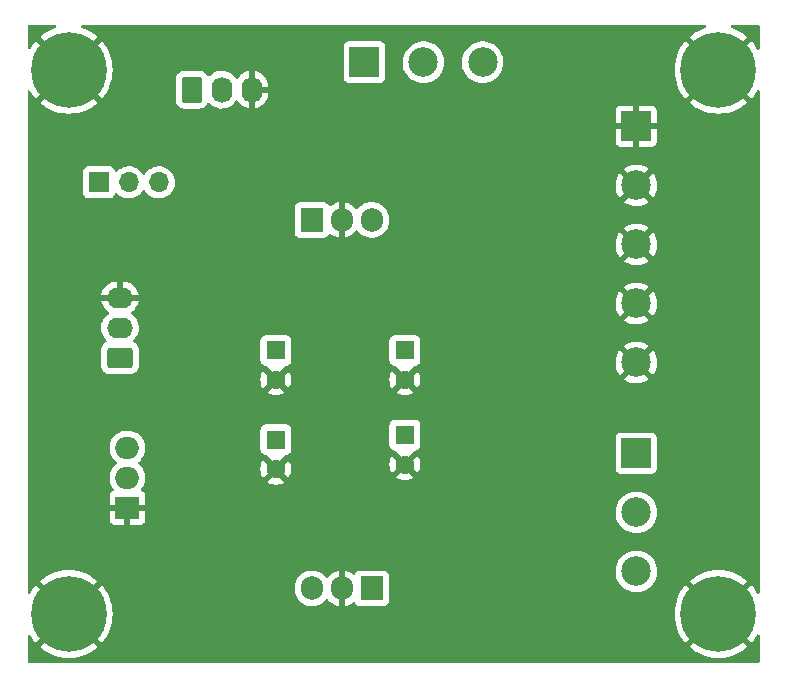
<source format=gbr>
%TF.GenerationSoftware,KiCad,Pcbnew,(6.0.6)*%
%TF.CreationDate,2022-07-29T16:28:39-07:00*%
%TF.ProjectId,ubitx power supply,75626974-7820-4706-9f77-657220737570,rev?*%
%TF.SameCoordinates,Original*%
%TF.FileFunction,Copper,L2,Bot*%
%TF.FilePolarity,Positive*%
%FSLAX46Y46*%
G04 Gerber Fmt 4.6, Leading zero omitted, Abs format (unit mm)*
G04 Created by KiCad (PCBNEW (6.0.6)) date 2022-07-29 16:28:39*
%MOMM*%
%LPD*%
G01*
G04 APERTURE LIST*
G04 Aperture macros list*
%AMRoundRect*
0 Rectangle with rounded corners*
0 $1 Rounding radius*
0 $2 $3 $4 $5 $6 $7 $8 $9 X,Y pos of 4 corners*
0 Add a 4 corners polygon primitive as box body*
4,1,4,$2,$3,$4,$5,$6,$7,$8,$9,$2,$3,0*
0 Add four circle primitives for the rounded corners*
1,1,$1+$1,$2,$3*
1,1,$1+$1,$4,$5*
1,1,$1+$1,$6,$7*
1,1,$1+$1,$8,$9*
0 Add four rect primitives between the rounded corners*
20,1,$1+$1,$2,$3,$4,$5,0*
20,1,$1+$1,$4,$5,$6,$7,0*
20,1,$1+$1,$6,$7,$8,$9,0*
20,1,$1+$1,$8,$9,$2,$3,0*%
G04 Aperture macros list end*
%TA.AperFunction,ComponentPad*%
%ADD10R,1.600000X1.600000*%
%TD*%
%TA.AperFunction,ComponentPad*%
%ADD11C,1.600000*%
%TD*%
%TA.AperFunction,ComponentPad*%
%ADD12R,2.000000X1.905000*%
%TD*%
%TA.AperFunction,ComponentPad*%
%ADD13O,2.000000X1.905000*%
%TD*%
%TA.AperFunction,ComponentPad*%
%ADD14R,2.500000X2.500000*%
%TD*%
%TA.AperFunction,ComponentPad*%
%ADD15C,2.500000*%
%TD*%
%TA.AperFunction,ComponentPad*%
%ADD16C,6.400000*%
%TD*%
%TA.AperFunction,ComponentPad*%
%ADD17R,1.905000X2.000000*%
%TD*%
%TA.AperFunction,ComponentPad*%
%ADD18O,1.905000X2.000000*%
%TD*%
%TA.AperFunction,ComponentPad*%
%ADD19RoundRect,0.250000X0.845000X-0.620000X0.845000X0.620000X-0.845000X0.620000X-0.845000X-0.620000X0*%
%TD*%
%TA.AperFunction,ComponentPad*%
%ADD20O,2.190000X1.740000*%
%TD*%
%TA.AperFunction,ComponentPad*%
%ADD21RoundRect,0.250000X-0.620000X-0.845000X0.620000X-0.845000X0.620000X0.845000X-0.620000X0.845000X0*%
%TD*%
%TA.AperFunction,ComponentPad*%
%ADD22O,1.740000X2.190000*%
%TD*%
%TA.AperFunction,ComponentPad*%
%ADD23R,1.700000X1.700000*%
%TD*%
%TA.AperFunction,ComponentPad*%
%ADD24O,1.700000X1.700000*%
%TD*%
%TA.AperFunction,ViaPad*%
%ADD25C,1.501140*%
%TD*%
G04 APERTURE END LIST*
D10*
%TO.P,C2,1*%
%TO.N,Net-(C1-Pad1)*%
X136271000Y-94298888D03*
D11*
%TO.P,C2,2*%
%TO.N,GND*%
X136271000Y-96798888D03*
%TD*%
D12*
%TO.P,Q1,1,G*%
%TO.N,GND*%
X112776000Y-100457000D03*
D13*
%TO.P,Q1,2,D*%
%TO.N,+12V*%
X112776000Y-97917000D03*
%TO.P,Q1,3,S*%
%TO.N,Net-(C1-Pad1)*%
X112776000Y-95377000D03*
%TD*%
D10*
%TO.P,C4,1*%
%TO.N,Net-(C4-Pad1)*%
X125349000Y-94679888D03*
D11*
%TO.P,C4,2*%
%TO.N,GND*%
X125349000Y-97179888D03*
%TD*%
D14*
%TO.P,J3,1,Pin_1*%
%TO.N,GND*%
X155862000Y-68152000D03*
D15*
%TO.P,J3,2,Pin_2*%
X155862000Y-73152000D03*
%TO.P,J3,3,Pin_3*%
X155862000Y-78152000D03*
%TO.P,J3,4,Pin_4*%
X155862000Y-83152000D03*
%TO.P,J3,5,Pin_5*%
X155862000Y-88152000D03*
%TD*%
D16*
%TO.P,REF\u002A\u002A,1*%
%TO.N,GND*%
X107807000Y-109449000D03*
%TD*%
D17*
%TO.P,U1,1,VI*%
%TO.N,Net-(C1-Pad1)*%
X128397000Y-76075224D03*
D18*
%TO.P,U1,2,GND*%
%TO.N,GND*%
X130937000Y-76075224D03*
%TO.P,U1,3,VO*%
%TO.N,Net-(C3-Pad1)*%
X133477000Y-76075224D03*
%TD*%
D14*
%TO.P,J4,1,Pin_1*%
%TO.N,Net-(C4-Pad1)*%
X155862000Y-95838000D03*
D15*
%TO.P,J4,2,Pin_2*%
X155862000Y-100838000D03*
%TO.P,J4,3,Pin_3*%
X155862000Y-105838000D03*
%TD*%
D19*
%TO.P,J1,1,Pin_1*%
%TO.N,+12V*%
X112141000Y-87757000D03*
D20*
%TO.P,J1,2,Pin_2*%
%TO.N,PA Power*%
X112141000Y-85217000D03*
%TO.P,J1,3,Pin_3*%
%TO.N,GND*%
X112141000Y-82677000D03*
%TD*%
D16*
%TO.P,REF\u002A\u002A,1*%
%TO.N,GND*%
X107807000Y-63374000D03*
%TD*%
D21*
%TO.P,J5,1,Pin_1*%
%TO.N,Net-(C1-Pad1)*%
X118237000Y-65044000D03*
D22*
%TO.P,J5,2,Pin_2*%
%TO.N,Net-(J5-Pad2)*%
X120777000Y-65044000D03*
%TO.P,J5,3,Pin_3*%
%TO.N,GND*%
X123317000Y-65044000D03*
%TD*%
D10*
%TO.P,C1,1*%
%TO.N,Net-(C1-Pad1)*%
X125349000Y-87122000D03*
D11*
%TO.P,C1,2*%
%TO.N,GND*%
X125349000Y-89622000D03*
%TD*%
D16*
%TO.P,REF\u002A\u002A,1*%
%TO.N,GND*%
X162815000Y-63374000D03*
%TD*%
D10*
%TO.P,C3,1*%
%TO.N,Net-(C3-Pad1)*%
X136271000Y-87122000D03*
D11*
%TO.P,C3,2*%
%TO.N,GND*%
X136271000Y-89622000D03*
%TD*%
D23*
%TO.P,JP1,1,A*%
%TO.N,Net-(C1-Pad1)*%
X110363000Y-72898000D03*
D24*
%TO.P,JP1,2,C*%
%TO.N,Net-(J5-Pad2)*%
X112903000Y-72898000D03*
%TO.P,JP1,3,B*%
%TO.N,PA Power*%
X115443000Y-72898000D03*
%TD*%
D17*
%TO.P,U2,1,VI*%
%TO.N,Net-(C1-Pad1)*%
X133477000Y-107276224D03*
D18*
%TO.P,U2,2,GND*%
%TO.N,GND*%
X130937000Y-107276224D03*
%TO.P,U2,3,VO*%
%TO.N,Net-(C4-Pad1)*%
X128397000Y-107276224D03*
%TD*%
D16*
%TO.P,REF\u002A\u002A,1*%
%TO.N,GND*%
X162815000Y-109449000D03*
%TD*%
D14*
%TO.P,J2,1,Pin_1*%
%TO.N,Net-(C3-Pad1)*%
X132842000Y-62722000D03*
D15*
%TO.P,J2,2,Pin_2*%
X137842000Y-62722000D03*
%TO.P,J2,3,Pin_3*%
X142842000Y-62722000D03*
%TD*%
D25*
%TO.N,GND*%
X134874000Y-111887000D03*
X129540000Y-92202000D03*
X142875000Y-81280000D03*
X130429000Y-82550000D03*
X121920000Y-110998000D03*
X144272000Y-89789000D03*
X163957000Y-75311000D03*
X114300000Y-108712000D03*
X154432000Y-61849000D03*
X119761000Y-95377000D03*
X120904000Y-101854000D03*
X144018000Y-73152000D03*
X106299000Y-69215000D03*
X105664000Y-101346000D03*
X164211000Y-83439000D03*
X163703000Y-69723000D03*
X105791000Y-84455000D03*
X163957000Y-94361000D03*
X120904000Y-81534000D03*
X112268000Y-61722000D03*
X120904000Y-76200000D03*
X110363000Y-67056000D03*
X139319000Y-77343000D03*
X164084000Y-101854000D03*
X140843000Y-101981000D03*
%TD*%
%TA.AperFunction,Conductor*%
%TO.N,GND*%
G36*
X106711657Y-59610502D02*
G01*
X106758150Y-59664158D01*
X106768254Y-59734432D01*
X106738760Y-59799012D01*
X106676148Y-59838206D01*
X106662798Y-59841783D01*
X106656502Y-59843829D01*
X106299836Y-59980740D01*
X106293811Y-59983422D01*
X105953397Y-60156872D01*
X105947687Y-60160169D01*
X105627265Y-60368253D01*
X105621939Y-60372123D01*
X105383165Y-60565478D01*
X105374700Y-60577733D01*
X105381034Y-60588824D01*
X107794188Y-63001978D01*
X107808132Y-63009592D01*
X107809965Y-63009461D01*
X107816580Y-63005210D01*
X110232100Y-60589690D01*
X110239241Y-60576614D01*
X110231784Y-60566247D01*
X109992065Y-60372126D01*
X109986728Y-60368249D01*
X109666315Y-60160170D01*
X109660606Y-60156873D01*
X109320189Y-59983422D01*
X109314164Y-59980740D01*
X108957498Y-59843829D01*
X108951202Y-59841783D01*
X108937852Y-59838206D01*
X108877230Y-59801255D01*
X108846208Y-59737394D01*
X108854637Y-59666899D01*
X108899841Y-59612153D01*
X108970464Y-59590500D01*
X161651536Y-59590500D01*
X161719657Y-59610502D01*
X161766150Y-59664158D01*
X161776254Y-59734432D01*
X161746760Y-59799012D01*
X161684148Y-59838206D01*
X161670798Y-59841783D01*
X161664502Y-59843829D01*
X161307836Y-59980740D01*
X161301811Y-59983422D01*
X160961397Y-60156872D01*
X160955687Y-60160169D01*
X160635265Y-60368253D01*
X160629939Y-60372123D01*
X160391165Y-60565478D01*
X160382700Y-60577733D01*
X160389034Y-60588824D01*
X162802188Y-63001978D01*
X162816132Y-63009592D01*
X162817965Y-63009461D01*
X162824580Y-63005210D01*
X165240100Y-60589690D01*
X165247241Y-60576614D01*
X165239784Y-60566247D01*
X165000065Y-60372126D01*
X164994728Y-60368249D01*
X164674315Y-60160170D01*
X164668606Y-60156873D01*
X164328189Y-59983422D01*
X164322164Y-59980740D01*
X163965498Y-59843829D01*
X163959202Y-59841783D01*
X163945852Y-59838206D01*
X163885230Y-59801255D01*
X163854208Y-59737394D01*
X163862637Y-59666899D01*
X163907841Y-59612153D01*
X163978464Y-59590500D01*
X166181500Y-59590500D01*
X166249621Y-59610502D01*
X166296114Y-59664158D01*
X166307500Y-59716500D01*
X166307500Y-61536017D01*
X166287498Y-61604138D01*
X166233842Y-61650631D01*
X166163568Y-61660735D01*
X166098988Y-61631241D01*
X166069233Y-61593220D01*
X166032128Y-61520398D01*
X166028831Y-61514687D01*
X165820747Y-61194265D01*
X165816877Y-61188939D01*
X165623522Y-60950165D01*
X165611267Y-60941700D01*
X165600176Y-60948034D01*
X163187022Y-63361188D01*
X163179408Y-63375132D01*
X163179539Y-63376965D01*
X163183790Y-63383580D01*
X165599310Y-65799100D01*
X165612386Y-65806241D01*
X165622753Y-65798784D01*
X165816877Y-65559061D01*
X165820747Y-65553735D01*
X166028831Y-65233313D01*
X166032128Y-65227602D01*
X166069233Y-65154780D01*
X166117982Y-65103165D01*
X166186897Y-65086099D01*
X166254098Y-65109000D01*
X166298250Y-65164598D01*
X166307500Y-65211983D01*
X166307500Y-107611017D01*
X166287498Y-107679138D01*
X166233842Y-107725631D01*
X166163568Y-107735735D01*
X166098988Y-107706241D01*
X166069233Y-107668220D01*
X166032128Y-107595398D01*
X166028831Y-107589687D01*
X165820747Y-107269265D01*
X165816877Y-107263939D01*
X165623522Y-107025165D01*
X165611267Y-107016700D01*
X165600176Y-107023034D01*
X163187022Y-109436188D01*
X163179408Y-109450132D01*
X163179539Y-109451965D01*
X163183790Y-109458580D01*
X165599310Y-111874100D01*
X165612386Y-111881241D01*
X165622753Y-111873784D01*
X165816877Y-111634061D01*
X165820747Y-111628735D01*
X166028831Y-111308313D01*
X166032128Y-111302602D01*
X166069233Y-111229780D01*
X166117982Y-111178165D01*
X166186897Y-111161099D01*
X166254098Y-111184000D01*
X166298250Y-111239598D01*
X166307500Y-111286983D01*
X166307500Y-113447500D01*
X166287498Y-113515621D01*
X166233842Y-113562114D01*
X166181500Y-113573500D01*
X104450500Y-113573500D01*
X104382379Y-113553498D01*
X104335886Y-113499842D01*
X104324500Y-113447500D01*
X104324500Y-112246386D01*
X105374759Y-112246386D01*
X105382216Y-112256753D01*
X105621935Y-112450874D01*
X105627272Y-112454751D01*
X105947685Y-112662830D01*
X105953394Y-112666127D01*
X106293811Y-112839578D01*
X106299836Y-112842260D01*
X106656502Y-112979171D01*
X106662784Y-112981212D01*
X107031816Y-113080094D01*
X107038266Y-113081465D01*
X107415629Y-113141234D01*
X107422167Y-113141920D01*
X107803699Y-113161916D01*
X107810301Y-113161916D01*
X108191833Y-113141920D01*
X108198371Y-113141234D01*
X108575734Y-113081465D01*
X108582184Y-113080094D01*
X108951216Y-112981212D01*
X108957498Y-112979171D01*
X109314164Y-112842260D01*
X109320189Y-112839578D01*
X109660606Y-112666127D01*
X109666315Y-112662830D01*
X109986728Y-112454751D01*
X109992065Y-112450874D01*
X110230835Y-112257522D01*
X110238527Y-112246386D01*
X160382759Y-112246386D01*
X160390216Y-112256753D01*
X160629935Y-112450874D01*
X160635272Y-112454751D01*
X160955685Y-112662830D01*
X160961394Y-112666127D01*
X161301811Y-112839578D01*
X161307836Y-112842260D01*
X161664502Y-112979171D01*
X161670784Y-112981212D01*
X162039816Y-113080094D01*
X162046266Y-113081465D01*
X162423629Y-113141234D01*
X162430167Y-113141920D01*
X162811699Y-113161916D01*
X162818301Y-113161916D01*
X163199833Y-113141920D01*
X163206371Y-113141234D01*
X163583734Y-113081465D01*
X163590184Y-113080094D01*
X163959216Y-112981212D01*
X163965498Y-112979171D01*
X164322164Y-112842260D01*
X164328189Y-112839578D01*
X164668606Y-112666127D01*
X164674315Y-112662830D01*
X164994728Y-112454751D01*
X165000065Y-112450874D01*
X165238835Y-112257522D01*
X165247300Y-112245267D01*
X165240966Y-112234176D01*
X162827812Y-109821022D01*
X162813868Y-109813408D01*
X162812035Y-109813539D01*
X162805420Y-109817790D01*
X160389900Y-112233310D01*
X160382759Y-112246386D01*
X110238527Y-112246386D01*
X110239300Y-112245267D01*
X110232966Y-112234176D01*
X107819812Y-109821022D01*
X107805868Y-109813408D01*
X107804035Y-109813539D01*
X107797420Y-109817790D01*
X105381900Y-112233310D01*
X105374759Y-112246386D01*
X104324500Y-112246386D01*
X104324500Y-111306609D01*
X104344502Y-111238488D01*
X104398158Y-111191995D01*
X104468432Y-111181891D01*
X104533012Y-111211385D01*
X104562767Y-111249406D01*
X104589872Y-111302602D01*
X104593169Y-111308313D01*
X104801253Y-111628735D01*
X104805123Y-111634061D01*
X104998478Y-111872835D01*
X105010733Y-111881300D01*
X105021824Y-111874966D01*
X107434978Y-109461812D01*
X107441356Y-109450132D01*
X108171408Y-109450132D01*
X108171539Y-109451965D01*
X108175790Y-109458580D01*
X110591310Y-111874100D01*
X110604386Y-111881241D01*
X110614753Y-111873784D01*
X110808877Y-111634061D01*
X110812747Y-111628735D01*
X111020831Y-111308313D01*
X111024128Y-111302603D01*
X111197578Y-110962189D01*
X111200260Y-110956164D01*
X111337171Y-110599498D01*
X111339212Y-110593216D01*
X111438094Y-110224184D01*
X111439465Y-110217734D01*
X111499234Y-109840371D01*
X111499920Y-109833833D01*
X111519916Y-109452301D01*
X159102084Y-109452301D01*
X159122080Y-109833833D01*
X159122766Y-109840371D01*
X159182535Y-110217734D01*
X159183906Y-110224184D01*
X159282788Y-110593216D01*
X159284829Y-110599498D01*
X159421740Y-110956164D01*
X159424422Y-110962189D01*
X159597872Y-111302603D01*
X159601169Y-111308313D01*
X159809253Y-111628735D01*
X159813123Y-111634061D01*
X160006478Y-111872835D01*
X160018733Y-111881300D01*
X160029824Y-111874966D01*
X162442978Y-109461812D01*
X162450592Y-109447868D01*
X162450461Y-109446035D01*
X162446210Y-109439420D01*
X160030690Y-107023900D01*
X160017614Y-107016759D01*
X160007247Y-107024216D01*
X159813123Y-107263939D01*
X159809253Y-107269265D01*
X159601169Y-107589687D01*
X159597872Y-107595397D01*
X159424422Y-107935811D01*
X159421740Y-107941836D01*
X159284829Y-108298502D01*
X159282788Y-108304784D01*
X159183906Y-108673816D01*
X159182535Y-108680266D01*
X159122766Y-109057629D01*
X159122080Y-109064167D01*
X159102084Y-109445699D01*
X159102084Y-109452301D01*
X111519916Y-109452301D01*
X111519916Y-109445699D01*
X111499920Y-109064167D01*
X111499234Y-109057629D01*
X111439465Y-108680266D01*
X111438094Y-108673816D01*
X111339212Y-108304784D01*
X111337171Y-108298502D01*
X111200260Y-107941836D01*
X111197578Y-107935811D01*
X111024128Y-107595397D01*
X111020831Y-107589687D01*
X110887663Y-107384626D01*
X126936000Y-107384626D01*
X126936212Y-107387199D01*
X126936212Y-107387210D01*
X126941620Y-107452989D01*
X126950678Y-107563161D01*
X127009206Y-107796168D01*
X127105003Y-108016487D01*
X127235498Y-108218201D01*
X127397186Y-108395894D01*
X127462305Y-108447322D01*
X127581670Y-108541591D01*
X127581675Y-108541594D01*
X127585724Y-108544792D01*
X127590240Y-108547285D01*
X127590243Y-108547287D01*
X127791526Y-108658401D01*
X127791530Y-108658403D01*
X127796050Y-108660898D01*
X127800919Y-108662622D01*
X127800923Y-108662624D01*
X128017640Y-108739368D01*
X128017644Y-108739369D01*
X128022515Y-108741094D01*
X128027608Y-108742001D01*
X128027611Y-108742002D01*
X128253948Y-108782319D01*
X128253954Y-108782320D01*
X128259037Y-108783225D01*
X128346400Y-108784292D01*
X128494093Y-108786097D01*
X128494095Y-108786097D01*
X128499263Y-108786160D01*
X128736744Y-108749820D01*
X128848997Y-108713130D01*
X128960183Y-108676790D01*
X128960189Y-108676787D01*
X128965101Y-108675182D01*
X128969687Y-108672795D01*
X128969691Y-108672793D01*
X129173607Y-108566640D01*
X129178200Y-108564249D01*
X129333932Y-108447322D01*
X129366185Y-108423106D01*
X129366188Y-108423104D01*
X129370320Y-108420001D01*
X129536301Y-108246312D01*
X129561840Y-108208873D01*
X129616751Y-108163872D01*
X129687275Y-108155701D01*
X129751022Y-108186955D01*
X129771716Y-108211434D01*
X129773085Y-108213550D01*
X129779378Y-108221722D01*
X129934050Y-108391704D01*
X129941583Y-108398730D01*
X130121944Y-108541169D01*
X130130531Y-108546874D01*
X130331722Y-108657938D01*
X130341134Y-108662168D01*
X130557768Y-108738883D01*
X130567739Y-108741517D01*
X130665163Y-108758871D01*
X130678460Y-108757411D01*
X130682543Y-108744320D01*
X131191000Y-108744320D01*
X131194918Y-108757664D01*
X131209194Y-108759651D01*
X131271515Y-108750114D01*
X131281543Y-108747725D01*
X131499988Y-108676326D01*
X131509497Y-108672329D01*
X131713344Y-108566213D01*
X131722061Y-108560724D01*
X131873099Y-108447322D01*
X131939584Y-108422417D01*
X132008980Y-108437410D01*
X132059253Y-108487540D01*
X132066732Y-108503849D01*
X132073885Y-108522929D01*
X132161239Y-108639485D01*
X132277795Y-108726839D01*
X132414184Y-108777969D01*
X132476366Y-108784724D01*
X134477634Y-108784724D01*
X134539816Y-108777969D01*
X134676205Y-108726839D01*
X134792761Y-108639485D01*
X134880115Y-108522929D01*
X134931245Y-108386540D01*
X134938000Y-108324358D01*
X134938000Y-106228090D01*
X134931245Y-106165908D01*
X134880115Y-106029519D01*
X134792761Y-105912963D01*
X134676205Y-105825609D01*
X134586124Y-105791839D01*
X154099173Y-105791839D01*
X154099397Y-105796505D01*
X154099397Y-105796511D01*
X154104991Y-105912963D01*
X154111713Y-106052908D01*
X154162704Y-106309256D01*
X154251026Y-106555252D01*
X154253242Y-106559376D01*
X154317753Y-106679437D01*
X154374737Y-106785491D01*
X154377532Y-106789234D01*
X154377534Y-106789237D01*
X154528330Y-106991177D01*
X154528335Y-106991183D01*
X154531122Y-106994915D01*
X154534431Y-106998195D01*
X154534436Y-106998201D01*
X154713426Y-107175635D01*
X154716743Y-107178923D01*
X154720505Y-107181681D01*
X154720508Y-107181684D01*
X154839954Y-107269265D01*
X154927524Y-107333474D01*
X154931667Y-107335654D01*
X154931669Y-107335655D01*
X155154684Y-107452989D01*
X155154689Y-107452991D01*
X155158834Y-107455172D01*
X155405590Y-107541344D01*
X155410183Y-107542216D01*
X155657785Y-107589224D01*
X155657788Y-107589224D01*
X155662374Y-107590095D01*
X155792959Y-107595226D01*
X155918875Y-107600174D01*
X155918881Y-107600174D01*
X155923543Y-107600357D01*
X156005410Y-107591391D01*
X156178707Y-107572412D01*
X156178712Y-107572411D01*
X156183360Y-107571902D01*
X156296116Y-107542216D01*
X156431594Y-107506548D01*
X156431596Y-107506547D01*
X156436117Y-107505357D01*
X156676262Y-107402182D01*
X156898519Y-107264646D01*
X156902082Y-107261629D01*
X156902087Y-107261626D01*
X157094439Y-107098787D01*
X157094440Y-107098786D01*
X157098005Y-107095768D01*
X157189729Y-106991177D01*
X157267257Y-106902774D01*
X157267261Y-106902769D01*
X157270339Y-106899259D01*
X157411733Y-106679437D01*
X157423762Y-106652733D01*
X160382700Y-106652733D01*
X160389034Y-106663824D01*
X162802188Y-109076978D01*
X162816132Y-109084592D01*
X162817965Y-109084461D01*
X162824580Y-109080210D01*
X165240100Y-106664690D01*
X165247241Y-106651614D01*
X165239784Y-106641247D01*
X165000065Y-106447126D01*
X164994728Y-106443249D01*
X164674315Y-106235170D01*
X164668606Y-106231873D01*
X164328189Y-106058422D01*
X164322164Y-106055740D01*
X163965498Y-105918829D01*
X163959216Y-105916788D01*
X163590184Y-105817906D01*
X163583734Y-105816535D01*
X163206371Y-105756766D01*
X163199833Y-105756080D01*
X162818301Y-105736084D01*
X162811699Y-105736084D01*
X162430167Y-105756080D01*
X162423629Y-105756766D01*
X162046266Y-105816535D01*
X162039816Y-105817906D01*
X161670784Y-105916788D01*
X161664502Y-105918829D01*
X161307836Y-106055740D01*
X161301811Y-106058422D01*
X160961397Y-106231872D01*
X160955687Y-106235169D01*
X160635265Y-106443253D01*
X160629939Y-106447123D01*
X160391165Y-106640478D01*
X160382700Y-106652733D01*
X157423762Y-106652733D01*
X157519083Y-106441129D01*
X157549227Y-106334247D01*
X157588760Y-106194076D01*
X157588761Y-106194073D01*
X157590030Y-106189572D01*
X157607055Y-106055740D01*
X157622616Y-105933421D01*
X157622616Y-105933417D01*
X157623014Y-105930291D01*
X157625431Y-105838000D01*
X157622238Y-105795037D01*
X157606407Y-105582000D01*
X157606406Y-105581996D01*
X157606061Y-105577348D01*
X157594725Y-105527248D01*
X157549408Y-105326980D01*
X157548377Y-105322423D01*
X157453647Y-105078823D01*
X157323951Y-104851902D01*
X157162138Y-104646643D01*
X156971763Y-104467557D01*
X156757009Y-104318576D01*
X156752816Y-104316508D01*
X156526781Y-104205040D01*
X156526778Y-104205039D01*
X156522593Y-104202975D01*
X156476449Y-104188204D01*
X156278123Y-104124720D01*
X156273665Y-104123293D01*
X156015693Y-104081279D01*
X155901942Y-104079790D01*
X155759022Y-104077919D01*
X155759019Y-104077919D01*
X155754345Y-104077858D01*
X155495362Y-104113104D01*
X155244433Y-104186243D01*
X155240180Y-104188203D01*
X155240179Y-104188204D01*
X155203659Y-104205040D01*
X155007072Y-104295668D01*
X154968067Y-104321241D01*
X154792404Y-104436410D01*
X154792399Y-104436414D01*
X154788491Y-104438976D01*
X154593494Y-104613018D01*
X154426363Y-104813970D01*
X154290771Y-105037419D01*
X154189697Y-105278455D01*
X154125359Y-105531783D01*
X154099173Y-105791839D01*
X134586124Y-105791839D01*
X134539816Y-105774479D01*
X134477634Y-105767724D01*
X132476366Y-105767724D01*
X132414184Y-105774479D01*
X132277795Y-105825609D01*
X132161239Y-105912963D01*
X132073885Y-106029519D01*
X132070734Y-106037925D01*
X132066242Y-106049907D01*
X132023599Y-106106671D01*
X131957038Y-106131370D01*
X131887689Y-106116162D01*
X131870168Y-106104558D01*
X131752056Y-106011279D01*
X131743469Y-106005574D01*
X131542278Y-105894510D01*
X131532866Y-105890280D01*
X131316232Y-105813565D01*
X131306261Y-105810931D01*
X131208837Y-105793577D01*
X131195540Y-105795037D01*
X131191000Y-105809594D01*
X131191000Y-108744320D01*
X130682543Y-108744320D01*
X130683000Y-108742854D01*
X130683000Y-105808128D01*
X130679082Y-105794784D01*
X130664806Y-105792797D01*
X130602485Y-105802334D01*
X130592457Y-105804723D01*
X130374012Y-105876122D01*
X130364503Y-105880119D01*
X130160656Y-105986235D01*
X130151931Y-105991729D01*
X129968148Y-106129717D01*
X129960441Y-106136560D01*
X129801661Y-106302715D01*
X129795177Y-106310722D01*
X129772763Y-106343580D01*
X129717852Y-106388583D01*
X129647328Y-106396756D01*
X129583580Y-106365502D01*
X129562884Y-106341020D01*
X129561311Y-106338589D01*
X129558502Y-106334247D01*
X129396814Y-106156554D01*
X129269161Y-106055740D01*
X129212330Y-106010857D01*
X129212325Y-106010854D01*
X129208276Y-106007656D01*
X129203760Y-106005163D01*
X129203757Y-106005161D01*
X129002474Y-105894047D01*
X129002470Y-105894045D01*
X128997950Y-105891550D01*
X128993081Y-105889826D01*
X128993077Y-105889824D01*
X128776360Y-105813080D01*
X128776356Y-105813079D01*
X128771485Y-105811354D01*
X128766392Y-105810447D01*
X128766389Y-105810446D01*
X128540052Y-105770129D01*
X128540046Y-105770128D01*
X128534963Y-105769223D01*
X128442474Y-105768093D01*
X128299907Y-105766351D01*
X128299905Y-105766351D01*
X128294737Y-105766288D01*
X128057256Y-105802628D01*
X127958669Y-105834851D01*
X127833817Y-105875658D01*
X127833811Y-105875661D01*
X127828899Y-105877266D01*
X127824313Y-105879653D01*
X127824309Y-105879655D01*
X127620393Y-105985808D01*
X127615800Y-105988199D01*
X127593209Y-106005161D01*
X127445370Y-106116162D01*
X127423680Y-106132447D01*
X127257699Y-106306136D01*
X127122314Y-106504602D01*
X127120140Y-106509285D01*
X127120138Y-106509289D01*
X127039334Y-106683367D01*
X127021163Y-106722514D01*
X126956960Y-106954022D01*
X126956411Y-106959159D01*
X126949459Y-107024216D01*
X126936000Y-107150152D01*
X126936000Y-107384626D01*
X110887663Y-107384626D01*
X110812747Y-107269265D01*
X110808877Y-107263939D01*
X110615522Y-107025165D01*
X110603267Y-107016700D01*
X110592176Y-107023034D01*
X108179022Y-109436188D01*
X108171408Y-109450132D01*
X107441356Y-109450132D01*
X107442592Y-109447868D01*
X107442461Y-109446035D01*
X107438210Y-109439420D01*
X105022690Y-107023900D01*
X105009614Y-107016759D01*
X104999247Y-107024216D01*
X104805123Y-107263939D01*
X104801253Y-107269265D01*
X104593169Y-107589687D01*
X104589872Y-107595398D01*
X104562767Y-107648594D01*
X104514018Y-107700209D01*
X104445103Y-107717275D01*
X104377902Y-107694374D01*
X104333750Y-107638776D01*
X104324500Y-107591391D01*
X104324500Y-106652733D01*
X105374700Y-106652733D01*
X105381034Y-106663824D01*
X107794188Y-109076978D01*
X107808132Y-109084592D01*
X107809965Y-109084461D01*
X107816580Y-109080210D01*
X110232100Y-106664690D01*
X110239241Y-106651614D01*
X110231784Y-106641247D01*
X109992065Y-106447126D01*
X109986728Y-106443249D01*
X109666315Y-106235170D01*
X109660606Y-106231873D01*
X109320189Y-106058422D01*
X109314164Y-106055740D01*
X108957498Y-105918829D01*
X108951216Y-105916788D01*
X108582184Y-105817906D01*
X108575734Y-105816535D01*
X108198371Y-105756766D01*
X108191833Y-105756080D01*
X107810301Y-105736084D01*
X107803699Y-105736084D01*
X107422167Y-105756080D01*
X107415629Y-105756766D01*
X107038266Y-105816535D01*
X107031816Y-105817906D01*
X106662784Y-105916788D01*
X106656502Y-105918829D01*
X106299836Y-106055740D01*
X106293811Y-106058422D01*
X105953397Y-106231872D01*
X105947687Y-106235169D01*
X105627265Y-106443253D01*
X105621939Y-106447123D01*
X105383165Y-106640478D01*
X105374700Y-106652733D01*
X104324500Y-106652733D01*
X104324500Y-101454169D01*
X111268001Y-101454169D01*
X111268371Y-101460990D01*
X111273895Y-101511852D01*
X111277521Y-101527104D01*
X111322676Y-101647554D01*
X111331214Y-101663149D01*
X111407715Y-101765224D01*
X111420276Y-101777785D01*
X111522351Y-101854286D01*
X111537946Y-101862824D01*
X111658394Y-101907978D01*
X111673649Y-101911605D01*
X111724514Y-101917131D01*
X111731328Y-101917500D01*
X112503885Y-101917500D01*
X112519124Y-101913025D01*
X112520329Y-101911635D01*
X112522000Y-101903952D01*
X112522000Y-101899384D01*
X113030000Y-101899384D01*
X113034475Y-101914623D01*
X113035865Y-101915828D01*
X113043548Y-101917499D01*
X113820669Y-101917499D01*
X113827490Y-101917129D01*
X113878352Y-101911605D01*
X113893604Y-101907979D01*
X114014054Y-101862824D01*
X114029649Y-101854286D01*
X114131724Y-101777785D01*
X114144285Y-101765224D01*
X114220786Y-101663149D01*
X114229324Y-101647554D01*
X114274478Y-101527106D01*
X114278105Y-101511851D01*
X114283631Y-101460986D01*
X114284000Y-101454172D01*
X114284000Y-100791839D01*
X154099173Y-100791839D01*
X154111713Y-101052908D01*
X154162704Y-101309256D01*
X154251026Y-101555252D01*
X154253242Y-101559376D01*
X154317753Y-101679437D01*
X154374737Y-101785491D01*
X154377532Y-101789234D01*
X154377534Y-101789237D01*
X154528330Y-101991177D01*
X154528335Y-101991183D01*
X154531122Y-101994915D01*
X154534431Y-101998195D01*
X154534436Y-101998201D01*
X154713426Y-102175635D01*
X154716743Y-102178923D01*
X154720505Y-102181681D01*
X154720508Y-102181684D01*
X154923750Y-102330707D01*
X154927524Y-102333474D01*
X154931667Y-102335654D01*
X154931669Y-102335655D01*
X155154684Y-102452989D01*
X155154689Y-102452991D01*
X155158834Y-102455172D01*
X155405590Y-102541344D01*
X155410183Y-102542216D01*
X155657785Y-102589224D01*
X155657788Y-102589224D01*
X155662374Y-102590095D01*
X155792959Y-102595226D01*
X155918875Y-102600174D01*
X155918881Y-102600174D01*
X155923543Y-102600357D01*
X156002977Y-102591657D01*
X156178707Y-102572412D01*
X156178712Y-102572411D01*
X156183360Y-102571902D01*
X156296116Y-102542216D01*
X156431594Y-102506548D01*
X156431596Y-102506547D01*
X156436117Y-102505357D01*
X156676262Y-102402182D01*
X156898519Y-102264646D01*
X156902082Y-102261629D01*
X156902087Y-102261626D01*
X157094439Y-102098787D01*
X157094440Y-102098786D01*
X157098005Y-102095768D01*
X157189729Y-101991177D01*
X157267257Y-101902774D01*
X157267261Y-101902769D01*
X157270339Y-101899259D01*
X157411733Y-101679437D01*
X157519083Y-101441129D01*
X157590030Y-101189572D01*
X157606832Y-101057496D01*
X157622616Y-100933421D01*
X157622616Y-100933417D01*
X157623014Y-100930291D01*
X157625431Y-100838000D01*
X157606061Y-100577348D01*
X157594725Y-100527248D01*
X157549408Y-100326980D01*
X157548377Y-100322423D01*
X157529603Y-100274146D01*
X157455340Y-100083176D01*
X157455339Y-100083173D01*
X157453647Y-100078823D01*
X157323951Y-99851902D01*
X157162138Y-99646643D01*
X156971763Y-99467557D01*
X156757009Y-99318576D01*
X156729062Y-99304794D01*
X156526781Y-99205040D01*
X156526778Y-99205039D01*
X156522593Y-99202975D01*
X156476449Y-99188204D01*
X156278123Y-99124720D01*
X156273665Y-99123293D01*
X156015693Y-99081279D01*
X155901942Y-99079790D01*
X155759022Y-99077919D01*
X155759019Y-99077919D01*
X155754345Y-99077858D01*
X155495362Y-99113104D01*
X155244433Y-99186243D01*
X155240180Y-99188203D01*
X155240179Y-99188204D01*
X155203659Y-99205040D01*
X155007072Y-99295668D01*
X154968067Y-99321241D01*
X154792404Y-99436410D01*
X154792399Y-99436414D01*
X154788491Y-99438976D01*
X154593494Y-99613018D01*
X154426363Y-99813970D01*
X154290771Y-100037419D01*
X154189697Y-100278455D01*
X154125359Y-100531783D01*
X154099173Y-100791839D01*
X114284000Y-100791839D01*
X114284000Y-100729115D01*
X114279525Y-100713876D01*
X114278135Y-100712671D01*
X114270452Y-100711000D01*
X113048115Y-100711000D01*
X113032876Y-100715475D01*
X113031671Y-100716865D01*
X113030000Y-100724548D01*
X113030000Y-101899384D01*
X112522000Y-101899384D01*
X112522000Y-100729115D01*
X112517525Y-100713876D01*
X112516135Y-100712671D01*
X112508452Y-100711000D01*
X111286116Y-100711000D01*
X111270877Y-100715475D01*
X111269672Y-100716865D01*
X111268001Y-100724548D01*
X111268001Y-101454169D01*
X104324500Y-101454169D01*
X104324500Y-98019263D01*
X111266064Y-98019263D01*
X111302404Y-98256744D01*
X111321059Y-98313819D01*
X111375434Y-98480183D01*
X111375437Y-98480189D01*
X111377042Y-98485101D01*
X111487975Y-98698200D01*
X111604728Y-98853700D01*
X111629633Y-98920182D01*
X111614641Y-98989578D01*
X111564511Y-99039852D01*
X111548197Y-99047333D01*
X111537946Y-99051176D01*
X111522351Y-99059714D01*
X111420276Y-99136215D01*
X111407715Y-99148776D01*
X111331214Y-99250851D01*
X111322676Y-99266446D01*
X111277522Y-99386894D01*
X111273895Y-99402149D01*
X111268369Y-99453014D01*
X111268000Y-99459828D01*
X111268000Y-100184885D01*
X111272475Y-100200124D01*
X111273865Y-100201329D01*
X111281548Y-100203000D01*
X114265884Y-100203000D01*
X114281123Y-100198525D01*
X114282328Y-100197135D01*
X114283999Y-100189452D01*
X114283999Y-99459831D01*
X114283629Y-99453010D01*
X114278105Y-99402148D01*
X114274479Y-99386896D01*
X114229324Y-99266446D01*
X114220786Y-99250851D01*
X114144285Y-99148776D01*
X114131724Y-99136215D01*
X114029649Y-99059714D01*
X114014055Y-99051176D01*
X114002487Y-99046840D01*
X113945721Y-99004199D01*
X113921020Y-98937638D01*
X113936226Y-98868289D01*
X113947832Y-98850765D01*
X114041367Y-98732330D01*
X114041370Y-98732325D01*
X114044568Y-98728276D01*
X114058885Y-98702342D01*
X114158177Y-98522474D01*
X114158179Y-98522470D01*
X114160674Y-98517950D01*
X114176445Y-98473416D01*
X114239144Y-98296360D01*
X114239145Y-98296356D01*
X114240870Y-98291485D01*
X114241778Y-98286389D01*
X114245419Y-98265950D01*
X124627493Y-98265950D01*
X124636789Y-98277965D01*
X124687994Y-98313819D01*
X124697489Y-98319302D01*
X124894947Y-98411378D01*
X124905239Y-98415124D01*
X125115688Y-98471513D01*
X125126481Y-98473416D01*
X125343525Y-98492405D01*
X125354475Y-98492405D01*
X125571519Y-98473416D01*
X125582312Y-98471513D01*
X125792761Y-98415124D01*
X125803053Y-98411378D01*
X126000511Y-98319302D01*
X126010006Y-98313819D01*
X126062048Y-98277379D01*
X126070424Y-98266900D01*
X126063356Y-98253454D01*
X125361812Y-97551910D01*
X125347868Y-97544296D01*
X125346035Y-97544427D01*
X125339420Y-97548678D01*
X124633923Y-98254175D01*
X124627493Y-98265950D01*
X114245419Y-98265950D01*
X114282095Y-98060052D01*
X114282096Y-98060046D01*
X114283001Y-98054963D01*
X114285231Y-97872454D01*
X114285873Y-97819907D01*
X114285873Y-97819905D01*
X114285936Y-97814737D01*
X114249596Y-97577256D01*
X114212906Y-97465003D01*
X114176566Y-97353817D01*
X114176563Y-97353811D01*
X114174958Y-97348899D01*
X114119648Y-97242649D01*
X114089826Y-97185363D01*
X124036483Y-97185363D01*
X124055472Y-97402407D01*
X124057375Y-97413200D01*
X124113764Y-97623649D01*
X124117510Y-97633941D01*
X124209586Y-97831399D01*
X124215069Y-97840894D01*
X124251509Y-97892936D01*
X124261988Y-97901312D01*
X124275434Y-97894244D01*
X124976978Y-97192700D01*
X124983356Y-97181020D01*
X125713408Y-97181020D01*
X125713539Y-97182853D01*
X125717790Y-97189468D01*
X126423287Y-97894965D01*
X126435062Y-97901395D01*
X126447077Y-97892099D01*
X126452083Y-97884950D01*
X135549493Y-97884950D01*
X135558789Y-97896965D01*
X135609994Y-97932819D01*
X135619489Y-97938302D01*
X135816947Y-98030378D01*
X135827239Y-98034124D01*
X136037688Y-98090513D01*
X136048481Y-98092416D01*
X136265525Y-98111405D01*
X136276475Y-98111405D01*
X136493519Y-98092416D01*
X136504312Y-98090513D01*
X136714761Y-98034124D01*
X136725053Y-98030378D01*
X136922511Y-97938302D01*
X136932006Y-97932819D01*
X136984048Y-97896379D01*
X136992424Y-97885900D01*
X136985356Y-97872454D01*
X136283812Y-97170910D01*
X136269868Y-97163296D01*
X136268035Y-97163427D01*
X136261420Y-97167678D01*
X135555923Y-97873175D01*
X135549493Y-97884950D01*
X126452083Y-97884950D01*
X126482931Y-97840894D01*
X126488414Y-97831399D01*
X126580490Y-97633941D01*
X126584236Y-97623649D01*
X126640625Y-97413200D01*
X126642528Y-97402407D01*
X126661517Y-97185363D01*
X126661517Y-97174413D01*
X126642528Y-96957369D01*
X126640625Y-96946576D01*
X126602520Y-96804363D01*
X134958483Y-96804363D01*
X134977472Y-97021407D01*
X134979375Y-97032200D01*
X135035764Y-97242649D01*
X135039510Y-97252941D01*
X135131586Y-97450399D01*
X135137069Y-97459894D01*
X135173509Y-97511936D01*
X135183988Y-97520312D01*
X135197434Y-97513244D01*
X135898978Y-96811700D01*
X135905356Y-96800020D01*
X136635408Y-96800020D01*
X136635539Y-96801853D01*
X136639790Y-96808468D01*
X137345287Y-97513965D01*
X137357062Y-97520395D01*
X137369077Y-97511099D01*
X137404931Y-97459894D01*
X137410414Y-97450399D01*
X137502490Y-97252941D01*
X137506236Y-97242649D01*
X137534776Y-97136134D01*
X154103500Y-97136134D01*
X154110255Y-97198316D01*
X154161385Y-97334705D01*
X154248739Y-97451261D01*
X154365295Y-97538615D01*
X154501684Y-97589745D01*
X154563866Y-97596500D01*
X157160134Y-97596500D01*
X157222316Y-97589745D01*
X157358705Y-97538615D01*
X157475261Y-97451261D01*
X157562615Y-97334705D01*
X157613745Y-97198316D01*
X157620500Y-97136134D01*
X157620500Y-94539866D01*
X157613745Y-94477684D01*
X157562615Y-94341295D01*
X157475261Y-94224739D01*
X157358705Y-94137385D01*
X157222316Y-94086255D01*
X157160134Y-94079500D01*
X154563866Y-94079500D01*
X154501684Y-94086255D01*
X154365295Y-94137385D01*
X154248739Y-94224739D01*
X154161385Y-94341295D01*
X154110255Y-94477684D01*
X154103500Y-94539866D01*
X154103500Y-97136134D01*
X137534776Y-97136134D01*
X137562625Y-97032200D01*
X137564528Y-97021407D01*
X137583517Y-96804363D01*
X137583517Y-96793413D01*
X137564528Y-96576369D01*
X137562625Y-96565576D01*
X137506236Y-96355127D01*
X137502490Y-96344835D01*
X137410414Y-96147377D01*
X137404931Y-96137882D01*
X137368491Y-96085840D01*
X137358012Y-96077464D01*
X137344566Y-96084532D01*
X136643022Y-96786076D01*
X136635408Y-96800020D01*
X135905356Y-96800020D01*
X135906592Y-96797756D01*
X135906461Y-96795923D01*
X135902210Y-96789308D01*
X135196713Y-96083811D01*
X135184938Y-96077381D01*
X135172923Y-96086677D01*
X135137069Y-96137882D01*
X135131586Y-96147377D01*
X135039510Y-96344835D01*
X135035764Y-96355127D01*
X134979375Y-96565576D01*
X134977472Y-96576369D01*
X134958483Y-96793413D01*
X134958483Y-96804363D01*
X126602520Y-96804363D01*
X126584236Y-96736127D01*
X126580490Y-96725835D01*
X126488414Y-96528377D01*
X126482931Y-96518882D01*
X126446491Y-96466840D01*
X126436012Y-96458464D01*
X126422566Y-96465532D01*
X125721022Y-97167076D01*
X125713408Y-97181020D01*
X124983356Y-97181020D01*
X124984592Y-97178756D01*
X124984461Y-97176923D01*
X124980210Y-97170308D01*
X124274713Y-96464811D01*
X124262938Y-96458381D01*
X124250923Y-96467677D01*
X124215069Y-96518882D01*
X124209586Y-96528377D01*
X124117510Y-96725835D01*
X124113764Y-96736127D01*
X124057375Y-96946576D01*
X124055472Y-96957369D01*
X124036483Y-97174413D01*
X124036483Y-97185363D01*
X114089826Y-97185363D01*
X114066416Y-97140393D01*
X114064025Y-97135800D01*
X113919777Y-96943680D01*
X113785624Y-96815480D01*
X113749825Y-96781270D01*
X113749824Y-96781269D01*
X113746088Y-96777699D01*
X113709097Y-96752465D01*
X113664096Y-96697556D01*
X113655925Y-96627032D01*
X113687179Y-96563284D01*
X113711660Y-96542589D01*
X113713635Y-96541311D01*
X113717977Y-96538502D01*
X113895670Y-96376814D01*
X113956347Y-96299983D01*
X114041367Y-96192330D01*
X114041370Y-96192325D01*
X114044568Y-96188276D01*
X114058885Y-96162342D01*
X114158177Y-95982474D01*
X114158179Y-95982470D01*
X114160674Y-95977950D01*
X114179384Y-95925117D01*
X114239144Y-95756360D01*
X114239145Y-95756356D01*
X114240870Y-95751485D01*
X114245304Y-95726593D01*
X114280675Y-95528022D01*
X124040500Y-95528022D01*
X124047255Y-95590204D01*
X124098385Y-95726593D01*
X124185739Y-95843149D01*
X124302295Y-95930503D01*
X124438684Y-95981633D01*
X124482252Y-95986366D01*
X124497486Y-95988021D01*
X124497489Y-95988021D01*
X124500866Y-95988388D01*
X124504185Y-95988388D01*
X124571110Y-96012041D01*
X124606804Y-96058044D01*
X124608734Y-96057029D01*
X124614442Y-96067888D01*
X124614632Y-96068133D01*
X124614653Y-96068291D01*
X124634644Y-96106322D01*
X125336188Y-96807866D01*
X125350132Y-96815480D01*
X125351965Y-96815349D01*
X125358580Y-96811098D01*
X126064077Y-96105601D01*
X126086871Y-96063859D01*
X126089047Y-96053859D01*
X126139253Y-96003661D01*
X126192814Y-95988437D01*
X126193719Y-95988388D01*
X126197134Y-95988388D01*
X126200530Y-95988019D01*
X126200532Y-95988019D01*
X126212879Y-95986678D01*
X126259316Y-95981633D01*
X126395705Y-95930503D01*
X126512261Y-95843149D01*
X126599615Y-95726593D01*
X126650745Y-95590204D01*
X126657500Y-95528022D01*
X126657500Y-95147022D01*
X134962500Y-95147022D01*
X134969255Y-95209204D01*
X135020385Y-95345593D01*
X135107739Y-95462149D01*
X135224295Y-95549503D01*
X135360684Y-95600633D01*
X135404252Y-95605366D01*
X135419486Y-95607021D01*
X135419489Y-95607021D01*
X135422866Y-95607388D01*
X135426185Y-95607388D01*
X135493110Y-95631041D01*
X135528804Y-95677044D01*
X135530734Y-95676029D01*
X135536442Y-95686888D01*
X135536632Y-95687133D01*
X135536653Y-95687291D01*
X135556644Y-95725322D01*
X136258188Y-96426866D01*
X136272132Y-96434480D01*
X136273965Y-96434349D01*
X136280580Y-96430098D01*
X136986077Y-95724601D01*
X137008871Y-95682859D01*
X137011047Y-95672859D01*
X137061253Y-95622661D01*
X137114814Y-95607437D01*
X137115719Y-95607388D01*
X137119134Y-95607388D01*
X137122530Y-95607019D01*
X137122532Y-95607019D01*
X137134879Y-95605678D01*
X137181316Y-95600633D01*
X137317705Y-95549503D01*
X137434261Y-95462149D01*
X137521615Y-95345593D01*
X137572745Y-95209204D01*
X137579500Y-95147022D01*
X137579500Y-93450754D01*
X137572745Y-93388572D01*
X137521615Y-93252183D01*
X137434261Y-93135627D01*
X137317705Y-93048273D01*
X137181316Y-92997143D01*
X137119134Y-92990388D01*
X135422866Y-92990388D01*
X135360684Y-92997143D01*
X135224295Y-93048273D01*
X135107739Y-93135627D01*
X135020385Y-93252183D01*
X134969255Y-93388572D01*
X134962500Y-93450754D01*
X134962500Y-95147022D01*
X126657500Y-95147022D01*
X126657500Y-93831754D01*
X126650745Y-93769572D01*
X126599615Y-93633183D01*
X126512261Y-93516627D01*
X126395705Y-93429273D01*
X126259316Y-93378143D01*
X126197134Y-93371388D01*
X124500866Y-93371388D01*
X124438684Y-93378143D01*
X124302295Y-93429273D01*
X124185739Y-93516627D01*
X124098385Y-93633183D01*
X124047255Y-93769572D01*
X124040500Y-93831754D01*
X124040500Y-95528022D01*
X114280675Y-95528022D01*
X114282095Y-95520052D01*
X114282096Y-95520046D01*
X114283001Y-95514963D01*
X114285936Y-95274737D01*
X114249596Y-95037256D01*
X114212906Y-94925003D01*
X114176566Y-94813817D01*
X114176563Y-94813811D01*
X114174958Y-94808899D01*
X114064025Y-94595800D01*
X114024594Y-94543283D01*
X113922882Y-94407815D01*
X113922880Y-94407812D01*
X113919777Y-94403680D01*
X113746088Y-94237699D01*
X113632345Y-94160109D01*
X113551891Y-94105226D01*
X113551890Y-94105225D01*
X113547622Y-94102314D01*
X113542939Y-94100140D01*
X113542935Y-94100138D01*
X113334405Y-94003342D01*
X113334401Y-94003341D01*
X113329710Y-94001163D01*
X113098202Y-93936960D01*
X113093065Y-93936411D01*
X112905407Y-93916356D01*
X112905399Y-93916356D01*
X112902072Y-93916000D01*
X112667598Y-93916000D01*
X112665025Y-93916212D01*
X112665014Y-93916212D01*
X112564054Y-93924513D01*
X112489063Y-93930678D01*
X112256056Y-93989206D01*
X112127229Y-94045221D01*
X112040474Y-94082943D01*
X112040471Y-94082945D01*
X112035737Y-94085003D01*
X111834023Y-94215498D01*
X111656330Y-94377186D01*
X111632141Y-94407815D01*
X111510633Y-94561670D01*
X111510630Y-94561675D01*
X111507432Y-94565724D01*
X111504939Y-94570240D01*
X111504937Y-94570243D01*
X111393823Y-94771526D01*
X111391326Y-94776050D01*
X111311130Y-95002515D01*
X111310223Y-95007608D01*
X111310222Y-95007611D01*
X111304942Y-95037256D01*
X111268999Y-95239037D01*
X111266064Y-95479263D01*
X111302404Y-95716744D01*
X111339094Y-95828997D01*
X111375434Y-95940183D01*
X111375437Y-95940189D01*
X111377042Y-95945101D01*
X111379429Y-95949687D01*
X111379431Y-95949691D01*
X111460969Y-96106322D01*
X111487975Y-96158200D01*
X111491085Y-96162342D01*
X111628105Y-96344835D01*
X111632223Y-96350320D01*
X111805912Y-96516301D01*
X111842903Y-96541535D01*
X111887904Y-96596444D01*
X111896075Y-96666968D01*
X111864821Y-96730716D01*
X111840340Y-96751411D01*
X111838707Y-96752468D01*
X111834023Y-96755498D01*
X111656330Y-96917186D01*
X111595653Y-96994017D01*
X111510633Y-97101670D01*
X111510630Y-97101675D01*
X111507432Y-97105724D01*
X111504939Y-97110240D01*
X111504937Y-97110243D01*
X111452234Y-97205715D01*
X111391326Y-97316050D01*
X111389602Y-97320919D01*
X111389600Y-97320923D01*
X111318963Y-97520395D01*
X111311130Y-97542515D01*
X111310223Y-97547608D01*
X111310222Y-97547611D01*
X111294845Y-97633941D01*
X111268999Y-97779037D01*
X111266064Y-98019263D01*
X104324500Y-98019263D01*
X104324500Y-90708062D01*
X124627493Y-90708062D01*
X124636789Y-90720077D01*
X124687994Y-90755931D01*
X124697489Y-90761414D01*
X124894947Y-90853490D01*
X124905239Y-90857236D01*
X125115688Y-90913625D01*
X125126481Y-90915528D01*
X125343525Y-90934517D01*
X125354475Y-90934517D01*
X125571519Y-90915528D01*
X125582312Y-90913625D01*
X125792761Y-90857236D01*
X125803053Y-90853490D01*
X126000511Y-90761414D01*
X126010006Y-90755931D01*
X126062048Y-90719491D01*
X126070424Y-90709012D01*
X126069925Y-90708062D01*
X135549493Y-90708062D01*
X135558789Y-90720077D01*
X135609994Y-90755931D01*
X135619489Y-90761414D01*
X135816947Y-90853490D01*
X135827239Y-90857236D01*
X136037688Y-90913625D01*
X136048481Y-90915528D01*
X136265525Y-90934517D01*
X136276475Y-90934517D01*
X136493519Y-90915528D01*
X136504312Y-90913625D01*
X136714761Y-90857236D01*
X136725053Y-90853490D01*
X136922511Y-90761414D01*
X136932006Y-90755931D01*
X136984048Y-90719491D01*
X136992424Y-90709012D01*
X136985356Y-90695566D01*
X136283812Y-89994022D01*
X136269868Y-89986408D01*
X136268035Y-89986539D01*
X136261420Y-89990790D01*
X135555923Y-90696287D01*
X135549493Y-90708062D01*
X126069925Y-90708062D01*
X126063356Y-90695566D01*
X125361812Y-89994022D01*
X125347868Y-89986408D01*
X125346035Y-89986539D01*
X125339420Y-89990790D01*
X124633923Y-90696287D01*
X124627493Y-90708062D01*
X104324500Y-90708062D01*
X104324500Y-89627475D01*
X124036483Y-89627475D01*
X124055472Y-89844519D01*
X124057375Y-89855312D01*
X124113764Y-90065761D01*
X124117510Y-90076053D01*
X124209586Y-90273511D01*
X124215069Y-90283006D01*
X124251509Y-90335048D01*
X124261988Y-90343424D01*
X124275434Y-90336356D01*
X124976978Y-89634812D01*
X124983356Y-89623132D01*
X125713408Y-89623132D01*
X125713539Y-89624965D01*
X125717790Y-89631580D01*
X126423287Y-90337077D01*
X126435062Y-90343507D01*
X126447077Y-90334211D01*
X126482931Y-90283006D01*
X126488414Y-90273511D01*
X126580490Y-90076053D01*
X126584236Y-90065761D01*
X126640625Y-89855312D01*
X126642528Y-89844519D01*
X126661517Y-89627475D01*
X134958483Y-89627475D01*
X134977472Y-89844519D01*
X134979375Y-89855312D01*
X135035764Y-90065761D01*
X135039510Y-90076053D01*
X135131586Y-90273511D01*
X135137069Y-90283006D01*
X135173509Y-90335048D01*
X135183988Y-90343424D01*
X135197434Y-90336356D01*
X135898978Y-89634812D01*
X135905356Y-89623132D01*
X136635408Y-89623132D01*
X136635539Y-89624965D01*
X136639790Y-89631580D01*
X137345287Y-90337077D01*
X137357062Y-90343507D01*
X137369077Y-90334211D01*
X137404931Y-90283006D01*
X137410414Y-90273511D01*
X137502490Y-90076053D01*
X137506236Y-90065761D01*
X137562625Y-89855312D01*
X137564528Y-89844519D01*
X137583517Y-89627475D01*
X137583517Y-89616525D01*
X137578671Y-89561133D01*
X154817612Y-89561133D01*
X154826325Y-89572653D01*
X154924018Y-89644284D01*
X154931928Y-89649227D01*
X155154890Y-89766533D01*
X155163453Y-89770256D01*
X155401304Y-89853318D01*
X155410313Y-89855732D01*
X155657842Y-89902727D01*
X155667098Y-89903781D01*
X155918857Y-89913673D01*
X155928171Y-89913347D01*
X156178615Y-89885920D01*
X156187792Y-89884219D01*
X156431431Y-89820074D01*
X156440251Y-89817037D01*
X156671736Y-89717583D01*
X156680008Y-89713276D01*
X156894249Y-89580700D01*
X156901188Y-89575658D01*
X156909518Y-89563019D01*
X156903456Y-89552666D01*
X155874812Y-88524022D01*
X155860868Y-88516408D01*
X155859035Y-88516539D01*
X155852420Y-88520790D01*
X154824270Y-89548940D01*
X154817612Y-89561133D01*
X137578671Y-89561133D01*
X137564528Y-89399481D01*
X137562625Y-89388688D01*
X137506236Y-89178239D01*
X137502490Y-89167947D01*
X137410414Y-88970489D01*
X137404931Y-88960994D01*
X137368491Y-88908952D01*
X137358012Y-88900576D01*
X137344566Y-88907644D01*
X136643022Y-89609188D01*
X136635408Y-89623132D01*
X135905356Y-89623132D01*
X135906592Y-89620868D01*
X135906461Y-89619035D01*
X135902210Y-89612420D01*
X135196713Y-88906923D01*
X135184938Y-88900493D01*
X135172923Y-88909789D01*
X135137069Y-88960994D01*
X135131586Y-88970489D01*
X135039510Y-89167947D01*
X135035764Y-89178239D01*
X134979375Y-89388688D01*
X134977472Y-89399481D01*
X134958483Y-89616525D01*
X134958483Y-89627475D01*
X126661517Y-89627475D01*
X126661517Y-89616525D01*
X126642528Y-89399481D01*
X126640625Y-89388688D01*
X126584236Y-89178239D01*
X126580490Y-89167947D01*
X126488414Y-88970489D01*
X126482931Y-88960994D01*
X126446491Y-88908952D01*
X126436012Y-88900576D01*
X126422566Y-88907644D01*
X125721022Y-89609188D01*
X125713408Y-89623132D01*
X124983356Y-89623132D01*
X124984592Y-89620868D01*
X124984461Y-89619035D01*
X124980210Y-89612420D01*
X124274713Y-88906923D01*
X124262938Y-88900493D01*
X124250923Y-88909789D01*
X124215069Y-88960994D01*
X124209586Y-88970489D01*
X124117510Y-89167947D01*
X124113764Y-89178239D01*
X124057375Y-89388688D01*
X124055472Y-89399481D01*
X124036483Y-89616525D01*
X124036483Y-89627475D01*
X104324500Y-89627475D01*
X104324500Y-85151829D01*
X110534052Y-85151829D01*
X110542828Y-85385604D01*
X110590868Y-85614559D01*
X110676797Y-85832146D01*
X110679566Y-85836709D01*
X110757973Y-85965919D01*
X110798159Y-86032144D01*
X110951483Y-86208834D01*
X110955609Y-86212217D01*
X110988770Y-86239407D01*
X111028764Y-86298067D01*
X111030695Y-86369038D01*
X110993950Y-86429786D01*
X110971610Y-86444733D01*
X110972054Y-86445450D01*
X110821652Y-86538522D01*
X110696695Y-86663697D01*
X110692855Y-86669927D01*
X110692854Y-86669928D01*
X110640803Y-86754371D01*
X110603885Y-86814262D01*
X110548203Y-86982139D01*
X110537500Y-87086600D01*
X110537500Y-88427400D01*
X110537837Y-88430646D01*
X110537837Y-88430650D01*
X110547190Y-88520790D01*
X110548474Y-88533166D01*
X110604450Y-88700946D01*
X110697522Y-88851348D01*
X110822697Y-88976305D01*
X110828927Y-88980145D01*
X110828928Y-88980146D01*
X110966090Y-89064694D01*
X110973262Y-89069115D01*
X111051608Y-89095101D01*
X111134611Y-89122632D01*
X111134613Y-89122632D01*
X111141139Y-89124797D01*
X111147975Y-89125497D01*
X111147978Y-89125498D01*
X111191031Y-89129909D01*
X111245600Y-89135500D01*
X113036400Y-89135500D01*
X113039646Y-89135163D01*
X113039650Y-89135163D01*
X113135308Y-89125238D01*
X113135312Y-89125237D01*
X113142166Y-89124526D01*
X113148702Y-89122345D01*
X113148704Y-89122345D01*
X113280806Y-89078272D01*
X113309946Y-89068550D01*
X113460348Y-88975478D01*
X113585305Y-88850303D01*
X113589146Y-88844072D01*
X113674275Y-88705968D01*
X113674276Y-88705966D01*
X113678115Y-88699738D01*
X113733797Y-88531861D01*
X113734932Y-88520790D01*
X113741759Y-88454153D01*
X113744500Y-88427400D01*
X113744500Y-87970134D01*
X124040500Y-87970134D01*
X124047255Y-88032316D01*
X124098385Y-88168705D01*
X124185739Y-88285261D01*
X124302295Y-88372615D01*
X124438684Y-88423745D01*
X124482252Y-88428478D01*
X124497486Y-88430133D01*
X124497489Y-88430133D01*
X124500866Y-88430500D01*
X124504185Y-88430500D01*
X124571110Y-88454153D01*
X124606804Y-88500156D01*
X124608734Y-88499141D01*
X124614442Y-88510000D01*
X124614632Y-88510245D01*
X124614653Y-88510403D01*
X124634644Y-88548434D01*
X125336188Y-89249978D01*
X125350132Y-89257592D01*
X125351965Y-89257461D01*
X125358580Y-89253210D01*
X126064077Y-88547713D01*
X126086871Y-88505971D01*
X126089047Y-88495971D01*
X126139253Y-88445773D01*
X126192814Y-88430549D01*
X126193719Y-88430500D01*
X126197134Y-88430500D01*
X126200530Y-88430131D01*
X126200532Y-88430131D01*
X126212879Y-88428790D01*
X126259316Y-88423745D01*
X126395705Y-88372615D01*
X126512261Y-88285261D01*
X126599615Y-88168705D01*
X126650745Y-88032316D01*
X126657500Y-87970134D01*
X134962500Y-87970134D01*
X134969255Y-88032316D01*
X135020385Y-88168705D01*
X135107739Y-88285261D01*
X135224295Y-88372615D01*
X135360684Y-88423745D01*
X135404252Y-88428478D01*
X135419486Y-88430133D01*
X135419489Y-88430133D01*
X135422866Y-88430500D01*
X135426185Y-88430500D01*
X135493110Y-88454153D01*
X135528804Y-88500156D01*
X135530734Y-88499141D01*
X135536442Y-88510000D01*
X135536632Y-88510245D01*
X135536653Y-88510403D01*
X135556644Y-88548434D01*
X136258188Y-89249978D01*
X136272132Y-89257592D01*
X136273965Y-89257461D01*
X136280580Y-89253210D01*
X136986077Y-88547713D01*
X137008871Y-88505971D01*
X137011047Y-88495971D01*
X137061253Y-88445773D01*
X137114814Y-88430549D01*
X137115719Y-88430500D01*
X137119134Y-88430500D01*
X137122530Y-88430131D01*
X137122532Y-88430131D01*
X137134879Y-88428790D01*
X137181316Y-88423745D01*
X137317705Y-88372615D01*
X137434261Y-88285261D01*
X137521615Y-88168705D01*
X137543426Y-88110523D01*
X154099898Y-88110523D01*
X154111987Y-88362175D01*
X154113124Y-88371435D01*
X154162274Y-88618535D01*
X154164768Y-88627528D01*
X154249900Y-88864639D01*
X154253700Y-88873174D01*
X154372946Y-89095101D01*
X154377957Y-89102968D01*
X154441446Y-89187990D01*
X154452704Y-89196439D01*
X154465123Y-89189667D01*
X155489978Y-88164812D01*
X155496356Y-88153132D01*
X156226408Y-88153132D01*
X156226539Y-88154965D01*
X156230790Y-88161580D01*
X157261913Y-89192703D01*
X157274293Y-89199463D01*
X157282634Y-89193219D01*
X157408765Y-88997127D01*
X157413212Y-88988936D01*
X157516691Y-88759222D01*
X157519882Y-88750455D01*
X157588269Y-88507976D01*
X157590129Y-88498834D01*
X157622116Y-88247396D01*
X157622597Y-88241108D01*
X157624847Y-88155160D01*
X157624696Y-88148851D01*
X157605912Y-87896074D01*
X157604536Y-87886868D01*
X157548929Y-87641126D01*
X157546205Y-87632215D01*
X157454888Y-87397392D01*
X157450877Y-87388983D01*
X157325854Y-87170240D01*
X157320643Y-87162514D01*
X157283391Y-87115261D01*
X157271466Y-87106790D01*
X157259934Y-87113276D01*
X156234022Y-88139188D01*
X156226408Y-88153132D01*
X155496356Y-88153132D01*
X155497592Y-88150868D01*
X155497461Y-88149035D01*
X155493210Y-88142420D01*
X154463321Y-87112531D01*
X154450013Y-87105264D01*
X154439974Y-87112386D01*
X154429761Y-87124666D01*
X154424346Y-87132258D01*
X154293646Y-87347646D01*
X154289408Y-87355963D01*
X154191981Y-87588299D01*
X154189020Y-87597149D01*
X154127006Y-87841331D01*
X154125384Y-87850528D01*
X154100143Y-88101198D01*
X154099898Y-88110523D01*
X137543426Y-88110523D01*
X137572745Y-88032316D01*
X137579500Y-87970134D01*
X137579500Y-86740803D01*
X154815216Y-86740803D01*
X154819789Y-86750579D01*
X155849188Y-87779978D01*
X155863132Y-87787592D01*
X155864965Y-87787461D01*
X155871580Y-87783210D01*
X156900419Y-86754371D01*
X156906803Y-86742681D01*
X156897391Y-86730570D01*
X156760593Y-86635670D01*
X156752565Y-86630942D01*
X156526593Y-86519505D01*
X156517960Y-86516017D01*
X156277998Y-86439205D01*
X156268938Y-86437029D01*
X156020260Y-86396529D01*
X156010973Y-86395717D01*
X155759053Y-86392419D01*
X155749742Y-86392989D01*
X155500097Y-86426964D01*
X155490978Y-86428902D01*
X155249098Y-86499404D01*
X155240367Y-86502667D01*
X155011558Y-86608151D01*
X155003406Y-86612670D01*
X154824353Y-86730062D01*
X154815216Y-86740803D01*
X137579500Y-86740803D01*
X137579500Y-86273866D01*
X137572745Y-86211684D01*
X137521615Y-86075295D01*
X137434261Y-85958739D01*
X137317705Y-85871385D01*
X137181316Y-85820255D01*
X137119134Y-85813500D01*
X135422866Y-85813500D01*
X135360684Y-85820255D01*
X135224295Y-85871385D01*
X135107739Y-85958739D01*
X135020385Y-86075295D01*
X134969255Y-86211684D01*
X134962500Y-86273866D01*
X134962500Y-87970134D01*
X126657500Y-87970134D01*
X126657500Y-86273866D01*
X126650745Y-86211684D01*
X126599615Y-86075295D01*
X126512261Y-85958739D01*
X126395705Y-85871385D01*
X126259316Y-85820255D01*
X126197134Y-85813500D01*
X124500866Y-85813500D01*
X124438684Y-85820255D01*
X124302295Y-85871385D01*
X124185739Y-85958739D01*
X124098385Y-86075295D01*
X124047255Y-86211684D01*
X124040500Y-86273866D01*
X124040500Y-87970134D01*
X113744500Y-87970134D01*
X113744500Y-87086600D01*
X113733526Y-86980834D01*
X113677550Y-86813054D01*
X113584478Y-86662652D01*
X113459303Y-86537695D01*
X113429794Y-86519505D01*
X113308738Y-86444885D01*
X113310062Y-86442738D01*
X113265710Y-86403688D01*
X113246248Y-86335411D01*
X113266788Y-86267451D01*
X113285272Y-86245239D01*
X113398306Y-86137410D01*
X113398316Y-86137398D01*
X113402168Y-86133724D01*
X113541813Y-85946035D01*
X113597398Y-85836709D01*
X113645420Y-85742256D01*
X113645420Y-85742255D01*
X113647838Y-85737500D01*
X113717210Y-85514083D01*
X113734239Y-85385604D01*
X113747248Y-85287455D01*
X113747248Y-85287451D01*
X113747948Y-85282171D01*
X113739172Y-85048396D01*
X113710836Y-84913347D01*
X113692229Y-84824668D01*
X113692228Y-84824665D01*
X113691132Y-84819441D01*
X113605203Y-84601854D01*
X113580493Y-84561133D01*
X154817612Y-84561133D01*
X154826325Y-84572653D01*
X154924018Y-84644284D01*
X154931928Y-84649227D01*
X155154890Y-84766533D01*
X155163453Y-84770256D01*
X155401304Y-84853318D01*
X155410313Y-84855732D01*
X155657842Y-84902727D01*
X155667098Y-84903781D01*
X155918857Y-84913673D01*
X155928171Y-84913347D01*
X156178615Y-84885920D01*
X156187792Y-84884219D01*
X156431431Y-84820074D01*
X156440251Y-84817037D01*
X156671736Y-84717583D01*
X156680008Y-84713276D01*
X156894249Y-84580700D01*
X156901188Y-84575658D01*
X156909518Y-84563019D01*
X156903456Y-84552666D01*
X155874812Y-83524022D01*
X155860868Y-83516408D01*
X155859035Y-83516539D01*
X155852420Y-83520790D01*
X154824270Y-84548940D01*
X154817612Y-84561133D01*
X113580493Y-84561133D01*
X113483841Y-84401856D01*
X113330517Y-84225166D01*
X113149614Y-84076835D01*
X113144978Y-84074196D01*
X113144975Y-84074194D01*
X113111999Y-84055423D01*
X113062693Y-84004341D01*
X113048831Y-83934711D01*
X113074814Y-83868640D01*
X113103964Y-83841401D01*
X113228155Y-83757790D01*
X113236441Y-83751129D01*
X113397930Y-83597076D01*
X113404979Y-83589108D01*
X113538203Y-83410048D01*
X113543802Y-83401018D01*
X113644953Y-83202069D01*
X113648956Y-83192208D01*
X113674320Y-83110523D01*
X154099898Y-83110523D01*
X154111987Y-83362175D01*
X154113124Y-83371435D01*
X154162274Y-83618535D01*
X154164768Y-83627528D01*
X154249900Y-83864639D01*
X154253700Y-83873174D01*
X154372946Y-84095101D01*
X154377957Y-84102968D01*
X154441446Y-84187990D01*
X154452704Y-84196439D01*
X154465123Y-84189667D01*
X155489978Y-83164812D01*
X155496356Y-83153132D01*
X156226408Y-83153132D01*
X156226539Y-83154965D01*
X156230790Y-83161580D01*
X157261913Y-84192703D01*
X157274293Y-84199463D01*
X157282634Y-84193219D01*
X157408765Y-83997127D01*
X157413212Y-83988936D01*
X157516691Y-83759222D01*
X157519882Y-83750455D01*
X157588269Y-83507976D01*
X157590129Y-83498834D01*
X157622116Y-83247396D01*
X157622597Y-83241108D01*
X157624847Y-83155160D01*
X157624696Y-83148851D01*
X157605912Y-82896074D01*
X157604536Y-82886868D01*
X157548929Y-82641126D01*
X157546205Y-82632215D01*
X157454888Y-82397392D01*
X157450877Y-82388983D01*
X157325854Y-82170240D01*
X157320643Y-82162514D01*
X157283391Y-82115261D01*
X157271466Y-82106790D01*
X157259934Y-82113276D01*
X156234022Y-83139188D01*
X156226408Y-83153132D01*
X155496356Y-83153132D01*
X155497592Y-83150868D01*
X155497461Y-83149035D01*
X155493210Y-83142420D01*
X154463321Y-82112531D01*
X154450013Y-82105264D01*
X154439974Y-82112386D01*
X154429761Y-82124666D01*
X154424346Y-82132258D01*
X154293646Y-82347646D01*
X154289408Y-82355963D01*
X154191981Y-82588299D01*
X154189020Y-82597149D01*
X154127006Y-82841331D01*
X154125384Y-82850528D01*
X154100143Y-83101198D01*
X154099898Y-83110523D01*
X113674320Y-83110523D01*
X113715138Y-82979071D01*
X113717420Y-82968691D01*
X113720036Y-82948957D01*
X113717840Y-82934793D01*
X113704655Y-82931000D01*
X110579373Y-82931000D01*
X110565842Y-82934973D01*
X110564317Y-82945580D01*
X110590252Y-83069188D01*
X110593312Y-83079384D01*
X110675284Y-83286952D01*
X110680018Y-83296489D01*
X110795796Y-83487285D01*
X110802062Y-83495878D01*
X110948333Y-83664441D01*
X110955964Y-83671861D01*
X111128542Y-83813368D01*
X111137309Y-83819393D01*
X111169978Y-83837989D01*
X111219285Y-83889071D01*
X111233146Y-83958702D01*
X111207163Y-84024773D01*
X111178013Y-84052011D01*
X111114010Y-84095101D01*
X111049104Y-84138798D01*
X110879832Y-84300276D01*
X110740187Y-84487965D01*
X110737771Y-84492716D01*
X110737769Y-84492720D01*
X110679756Y-84606823D01*
X110634162Y-84696500D01*
X110564790Y-84919917D01*
X110564089Y-84925204D01*
X110564089Y-84925205D01*
X110547055Y-85053727D01*
X110534052Y-85151829D01*
X104324500Y-85151829D01*
X104324500Y-82405043D01*
X110561964Y-82405043D01*
X110564160Y-82419207D01*
X110577345Y-82423000D01*
X111868885Y-82423000D01*
X111884124Y-82418525D01*
X111885329Y-82417135D01*
X111887000Y-82409452D01*
X111887000Y-82404885D01*
X112395000Y-82404885D01*
X112399475Y-82420124D01*
X112400865Y-82421329D01*
X112408548Y-82423000D01*
X113702627Y-82423000D01*
X113716158Y-82419027D01*
X113717683Y-82408420D01*
X113691748Y-82284812D01*
X113688688Y-82274616D01*
X113606716Y-82067048D01*
X113601982Y-82057511D01*
X113486204Y-81866715D01*
X113479938Y-81858122D01*
X113378134Y-81740803D01*
X154815216Y-81740803D01*
X154819789Y-81750579D01*
X155849188Y-82779978D01*
X155863132Y-82787592D01*
X155864965Y-82787461D01*
X155871580Y-82783210D01*
X156900419Y-81754371D01*
X156906803Y-81742681D01*
X156897391Y-81730570D01*
X156760593Y-81635670D01*
X156752565Y-81630942D01*
X156526593Y-81519505D01*
X156517960Y-81516017D01*
X156277998Y-81439205D01*
X156268938Y-81437029D01*
X156020260Y-81396529D01*
X156010973Y-81395717D01*
X155759053Y-81392419D01*
X155749742Y-81392989D01*
X155500097Y-81426964D01*
X155490978Y-81428902D01*
X155249098Y-81499404D01*
X155240367Y-81502667D01*
X155011558Y-81608151D01*
X155003406Y-81612670D01*
X154824353Y-81730062D01*
X154815216Y-81740803D01*
X113378134Y-81740803D01*
X113333667Y-81689559D01*
X113326036Y-81682139D01*
X113153458Y-81540632D01*
X113144691Y-81534607D01*
X112950738Y-81424203D01*
X112941074Y-81419738D01*
X112731289Y-81343590D01*
X112721021Y-81340819D01*
X112500234Y-81300894D01*
X112492005Y-81299961D01*
X112473126Y-81299070D01*
X112470151Y-81299000D01*
X112413115Y-81299000D01*
X112397876Y-81303475D01*
X112396671Y-81304865D01*
X112395000Y-81312548D01*
X112395000Y-82404885D01*
X111887000Y-82404885D01*
X111887000Y-81317115D01*
X111882525Y-81301876D01*
X111881135Y-81300671D01*
X111873452Y-81299000D01*
X111859946Y-81299000D01*
X111854637Y-81299225D01*
X111688293Y-81313339D01*
X111677821Y-81315129D01*
X111461798Y-81371198D01*
X111451758Y-81374734D01*
X111248268Y-81466399D01*
X111238982Y-81471568D01*
X111053845Y-81596210D01*
X111045559Y-81602871D01*
X110884070Y-81756924D01*
X110877021Y-81764892D01*
X110743797Y-81943952D01*
X110738198Y-81952982D01*
X110637047Y-82151931D01*
X110633044Y-82161792D01*
X110566862Y-82374929D01*
X110564580Y-82385309D01*
X110561964Y-82405043D01*
X104324500Y-82405043D01*
X104324500Y-79561133D01*
X154817612Y-79561133D01*
X154826325Y-79572653D01*
X154924018Y-79644284D01*
X154931928Y-79649227D01*
X155154890Y-79766533D01*
X155163453Y-79770256D01*
X155401304Y-79853318D01*
X155410313Y-79855732D01*
X155657842Y-79902727D01*
X155667098Y-79903781D01*
X155918857Y-79913673D01*
X155928171Y-79913347D01*
X156178615Y-79885920D01*
X156187792Y-79884219D01*
X156431431Y-79820074D01*
X156440251Y-79817037D01*
X156671736Y-79717583D01*
X156680008Y-79713276D01*
X156894249Y-79580700D01*
X156901188Y-79575658D01*
X156909518Y-79563019D01*
X156903456Y-79552666D01*
X155874812Y-78524022D01*
X155860868Y-78516408D01*
X155859035Y-78516539D01*
X155852420Y-78520790D01*
X154824270Y-79548940D01*
X154817612Y-79561133D01*
X104324500Y-79561133D01*
X104324500Y-78110523D01*
X154099898Y-78110523D01*
X154111987Y-78362175D01*
X154113124Y-78371435D01*
X154162274Y-78618535D01*
X154164768Y-78627528D01*
X154249900Y-78864639D01*
X154253700Y-78873174D01*
X154372946Y-79095101D01*
X154377957Y-79102968D01*
X154441446Y-79187990D01*
X154452704Y-79196439D01*
X154465123Y-79189667D01*
X155489978Y-78164812D01*
X155496356Y-78153132D01*
X156226408Y-78153132D01*
X156226539Y-78154965D01*
X156230790Y-78161580D01*
X157261913Y-79192703D01*
X157274293Y-79199463D01*
X157282634Y-79193219D01*
X157408765Y-78997127D01*
X157413212Y-78988936D01*
X157516691Y-78759222D01*
X157519882Y-78750455D01*
X157588269Y-78507976D01*
X157590129Y-78498834D01*
X157622116Y-78247396D01*
X157622597Y-78241108D01*
X157624847Y-78155160D01*
X157624696Y-78148851D01*
X157605912Y-77896074D01*
X157604536Y-77886868D01*
X157548929Y-77641126D01*
X157546205Y-77632215D01*
X157454888Y-77397392D01*
X157450877Y-77388983D01*
X157325854Y-77170240D01*
X157320643Y-77162514D01*
X157283391Y-77115261D01*
X157271466Y-77106790D01*
X157259934Y-77113276D01*
X156234022Y-78139188D01*
X156226408Y-78153132D01*
X155496356Y-78153132D01*
X155497592Y-78150868D01*
X155497461Y-78149035D01*
X155493210Y-78142420D01*
X154463321Y-77112531D01*
X154450013Y-77105264D01*
X154439974Y-77112386D01*
X154429761Y-77124666D01*
X154424346Y-77132258D01*
X154293646Y-77347646D01*
X154289408Y-77355963D01*
X154191981Y-77588299D01*
X154189020Y-77597149D01*
X154127006Y-77841331D01*
X154125384Y-77850528D01*
X154100143Y-78101198D01*
X154099898Y-78110523D01*
X104324500Y-78110523D01*
X104324500Y-77123358D01*
X126936000Y-77123358D01*
X126942755Y-77185540D01*
X126993885Y-77321929D01*
X127081239Y-77438485D01*
X127197795Y-77525839D01*
X127334184Y-77576969D01*
X127396366Y-77583724D01*
X129397634Y-77583724D01*
X129459816Y-77576969D01*
X129596205Y-77525839D01*
X129712761Y-77438485D01*
X129800115Y-77321929D01*
X129807758Y-77301541D01*
X129850401Y-77244777D01*
X129916962Y-77220078D01*
X129986311Y-77235286D01*
X130003832Y-77246890D01*
X130121944Y-77340169D01*
X130130531Y-77345874D01*
X130331722Y-77456938D01*
X130341134Y-77461168D01*
X130557768Y-77537883D01*
X130567739Y-77540517D01*
X130665163Y-77557871D01*
X130678460Y-77556411D01*
X130682543Y-77543320D01*
X131191000Y-77543320D01*
X131194918Y-77556664D01*
X131209194Y-77558651D01*
X131271515Y-77549114D01*
X131281543Y-77546725D01*
X131499988Y-77475326D01*
X131509497Y-77471329D01*
X131713344Y-77365213D01*
X131722069Y-77359719D01*
X131905852Y-77221731D01*
X131913559Y-77214888D01*
X132072339Y-77048733D01*
X132078823Y-77040726D01*
X132101237Y-77007868D01*
X132156148Y-76962865D01*
X132226672Y-76954692D01*
X132290420Y-76985946D01*
X132311116Y-77010428D01*
X132315498Y-77017201D01*
X132477186Y-77194894D01*
X132528331Y-77235286D01*
X132661670Y-77340591D01*
X132661675Y-77340594D01*
X132665724Y-77343792D01*
X132670240Y-77346285D01*
X132670243Y-77346287D01*
X132871526Y-77457401D01*
X132871530Y-77457403D01*
X132876050Y-77459898D01*
X132880919Y-77461622D01*
X132880923Y-77461624D01*
X133097640Y-77538368D01*
X133097644Y-77538369D01*
X133102515Y-77540094D01*
X133107608Y-77541001D01*
X133107611Y-77541002D01*
X133333948Y-77581319D01*
X133333954Y-77581320D01*
X133339037Y-77582225D01*
X133426400Y-77583292D01*
X133574093Y-77585097D01*
X133574095Y-77585097D01*
X133579263Y-77585160D01*
X133816744Y-77548820D01*
X133928997Y-77512130D01*
X134040183Y-77475790D01*
X134040189Y-77475787D01*
X134045101Y-77474182D01*
X134049687Y-77471795D01*
X134049691Y-77471793D01*
X134253607Y-77365640D01*
X134258200Y-77363249D01*
X134340387Y-77301541D01*
X134446185Y-77222106D01*
X134446188Y-77222104D01*
X134450320Y-77219001D01*
X134616301Y-77045312D01*
X134751686Y-76846846D01*
X134766243Y-76815487D01*
X134800910Y-76740803D01*
X154815216Y-76740803D01*
X154819789Y-76750579D01*
X155849188Y-77779978D01*
X155863132Y-77787592D01*
X155864965Y-77787461D01*
X155871580Y-77783210D01*
X156900419Y-76754371D01*
X156906803Y-76742681D01*
X156897391Y-76730570D01*
X156760593Y-76635670D01*
X156752565Y-76630942D01*
X156526593Y-76519505D01*
X156517960Y-76516017D01*
X156277998Y-76439205D01*
X156268938Y-76437029D01*
X156020260Y-76396529D01*
X156010973Y-76395717D01*
X155759053Y-76392419D01*
X155749742Y-76392989D01*
X155500097Y-76426964D01*
X155490978Y-76428902D01*
X155249098Y-76499404D01*
X155240367Y-76502667D01*
X155011558Y-76608151D01*
X155003406Y-76612670D01*
X154824353Y-76730062D01*
X154815216Y-76740803D01*
X134800910Y-76740803D01*
X134850658Y-76633629D01*
X134850659Y-76633625D01*
X134852837Y-76628934D01*
X134917040Y-76397426D01*
X134938000Y-76201296D01*
X134938000Y-75966822D01*
X134936548Y-75949152D01*
X134923746Y-75793448D01*
X134923322Y-75788287D01*
X134864794Y-75555280D01*
X134768997Y-75334961D01*
X134638502Y-75133247D01*
X134476814Y-74955554D01*
X134360770Y-74863908D01*
X134292330Y-74809857D01*
X134292325Y-74809854D01*
X134288276Y-74806656D01*
X134283760Y-74804163D01*
X134283757Y-74804161D01*
X134082474Y-74693047D01*
X134082470Y-74693045D01*
X134077950Y-74690550D01*
X134073081Y-74688826D01*
X134073077Y-74688824D01*
X133856360Y-74612080D01*
X133856356Y-74612079D01*
X133851485Y-74610354D01*
X133846392Y-74609447D01*
X133846389Y-74609446D01*
X133620052Y-74569129D01*
X133620046Y-74569128D01*
X133614963Y-74568223D01*
X133522474Y-74567093D01*
X133379907Y-74565351D01*
X133379905Y-74565351D01*
X133374737Y-74565288D01*
X133137256Y-74601628D01*
X133025003Y-74638318D01*
X132913817Y-74674658D01*
X132913811Y-74674661D01*
X132908899Y-74676266D01*
X132904313Y-74678653D01*
X132904309Y-74678655D01*
X132735499Y-74766533D01*
X132695800Y-74787199D01*
X132691657Y-74790309D01*
X132691658Y-74790309D01*
X132526867Y-74914038D01*
X132503680Y-74931447D01*
X132337699Y-75105136D01*
X132312160Y-75142575D01*
X132257249Y-75187576D01*
X132186725Y-75195747D01*
X132122978Y-75164493D01*
X132102284Y-75140014D01*
X132100915Y-75137898D01*
X132094622Y-75129726D01*
X131939950Y-74959744D01*
X131932417Y-74952718D01*
X131752056Y-74810279D01*
X131743469Y-74804574D01*
X131542278Y-74693510D01*
X131532866Y-74689280D01*
X131316232Y-74612565D01*
X131306261Y-74609931D01*
X131208837Y-74592577D01*
X131195540Y-74594037D01*
X131191000Y-74608594D01*
X131191000Y-77543320D01*
X130682543Y-77543320D01*
X130683000Y-77541854D01*
X130683000Y-74607128D01*
X130679082Y-74593784D01*
X130664806Y-74591797D01*
X130602485Y-74601334D01*
X130592457Y-74603723D01*
X130374012Y-74675122D01*
X130364503Y-74679119D01*
X130160656Y-74785235D01*
X130151939Y-74790724D01*
X130000901Y-74904126D01*
X129934416Y-74929031D01*
X129865020Y-74914038D01*
X129814747Y-74863908D01*
X129807268Y-74847599D01*
X129800115Y-74828519D01*
X129712761Y-74711963D01*
X129596205Y-74624609D01*
X129459816Y-74573479D01*
X129397634Y-74566724D01*
X127396366Y-74566724D01*
X127334184Y-74573479D01*
X127197795Y-74624609D01*
X127081239Y-74711963D01*
X126993885Y-74828519D01*
X126942755Y-74964908D01*
X126936000Y-75027090D01*
X126936000Y-77123358D01*
X104324500Y-77123358D01*
X104324500Y-74561133D01*
X154817612Y-74561133D01*
X154826325Y-74572653D01*
X154924018Y-74644284D01*
X154931928Y-74649227D01*
X155154890Y-74766533D01*
X155163453Y-74770256D01*
X155401304Y-74853318D01*
X155410313Y-74855732D01*
X155657842Y-74902727D01*
X155667098Y-74903781D01*
X155918857Y-74913673D01*
X155928171Y-74913347D01*
X156178615Y-74885920D01*
X156187792Y-74884219D01*
X156431431Y-74820074D01*
X156440251Y-74817037D01*
X156671736Y-74717583D01*
X156680008Y-74713276D01*
X156894250Y-74580699D01*
X156901188Y-74575658D01*
X156909518Y-74563019D01*
X156903456Y-74552666D01*
X155874812Y-73524022D01*
X155860868Y-73516408D01*
X155859035Y-73516539D01*
X155852420Y-73520790D01*
X154824270Y-74548940D01*
X154817612Y-74561133D01*
X104324500Y-74561133D01*
X104324500Y-73796134D01*
X109004500Y-73796134D01*
X109011255Y-73858316D01*
X109062385Y-73994705D01*
X109149739Y-74111261D01*
X109266295Y-74198615D01*
X109402684Y-74249745D01*
X109464866Y-74256500D01*
X111261134Y-74256500D01*
X111323316Y-74249745D01*
X111459705Y-74198615D01*
X111576261Y-74111261D01*
X111663615Y-73994705D01*
X111685799Y-73935529D01*
X111707598Y-73877382D01*
X111750240Y-73820618D01*
X111816802Y-73795918D01*
X111886150Y-73811126D01*
X111920817Y-73839114D01*
X111949250Y-73871938D01*
X112121126Y-74014632D01*
X112314000Y-74127338D01*
X112522692Y-74207030D01*
X112527760Y-74208061D01*
X112527763Y-74208062D01*
X112635017Y-74229883D01*
X112741597Y-74251567D01*
X112746772Y-74251757D01*
X112746774Y-74251757D01*
X112959673Y-74259564D01*
X112959677Y-74259564D01*
X112964837Y-74259753D01*
X112969957Y-74259097D01*
X112969959Y-74259097D01*
X113181288Y-74232025D01*
X113181289Y-74232025D01*
X113186416Y-74231368D01*
X113191366Y-74229883D01*
X113395429Y-74168661D01*
X113395434Y-74168659D01*
X113400384Y-74167174D01*
X113600994Y-74068896D01*
X113782860Y-73939173D01*
X113941096Y-73781489D01*
X113957097Y-73759222D01*
X114071453Y-73600077D01*
X114072776Y-73601028D01*
X114119645Y-73557857D01*
X114189580Y-73545625D01*
X114255026Y-73573144D01*
X114282875Y-73604994D01*
X114342987Y-73703088D01*
X114489250Y-73871938D01*
X114661126Y-74014632D01*
X114854000Y-74127338D01*
X115062692Y-74207030D01*
X115067760Y-74208061D01*
X115067763Y-74208062D01*
X115175017Y-74229883D01*
X115281597Y-74251567D01*
X115286772Y-74251757D01*
X115286774Y-74251757D01*
X115499673Y-74259564D01*
X115499677Y-74259564D01*
X115504837Y-74259753D01*
X115509957Y-74259097D01*
X115509959Y-74259097D01*
X115721288Y-74232025D01*
X115721289Y-74232025D01*
X115726416Y-74231368D01*
X115731366Y-74229883D01*
X115935429Y-74168661D01*
X115935434Y-74168659D01*
X115940384Y-74167174D01*
X116140994Y-74068896D01*
X116322860Y-73939173D01*
X116481096Y-73781489D01*
X116497097Y-73759222D01*
X116608435Y-73604277D01*
X116611453Y-73600077D01*
X116632320Y-73557857D01*
X116708136Y-73404453D01*
X116708137Y-73404451D01*
X116710430Y-73399811D01*
X116775370Y-73186069D01*
X116785316Y-73110523D01*
X154099898Y-73110523D01*
X154111987Y-73362175D01*
X154113124Y-73371435D01*
X154162274Y-73618535D01*
X154164768Y-73627528D01*
X154249900Y-73864639D01*
X154253700Y-73873174D01*
X154372946Y-74095101D01*
X154377957Y-74102968D01*
X154441446Y-74187990D01*
X154452704Y-74196439D01*
X154465123Y-74189667D01*
X155489978Y-73164812D01*
X155496356Y-73153132D01*
X156226408Y-73153132D01*
X156226539Y-73154965D01*
X156230790Y-73161580D01*
X157261913Y-74192703D01*
X157274293Y-74199463D01*
X157282634Y-74193219D01*
X157408765Y-73997127D01*
X157413212Y-73988936D01*
X157516691Y-73759222D01*
X157519882Y-73750455D01*
X157588269Y-73507976D01*
X157590129Y-73498834D01*
X157622116Y-73247396D01*
X157622597Y-73241108D01*
X157624847Y-73155160D01*
X157624696Y-73148851D01*
X157605912Y-72896074D01*
X157604536Y-72886868D01*
X157548929Y-72641126D01*
X157546205Y-72632215D01*
X157454888Y-72397392D01*
X157450877Y-72388983D01*
X157325854Y-72170240D01*
X157320643Y-72162514D01*
X157283391Y-72115261D01*
X157271466Y-72106790D01*
X157259934Y-72113276D01*
X156234022Y-73139188D01*
X156226408Y-73153132D01*
X155496356Y-73153132D01*
X155497592Y-73150868D01*
X155497461Y-73149035D01*
X155493210Y-73142420D01*
X154463321Y-72112531D01*
X154450013Y-72105264D01*
X154439974Y-72112386D01*
X154429761Y-72124666D01*
X154424346Y-72132258D01*
X154293646Y-72347646D01*
X154289408Y-72355963D01*
X154191981Y-72588299D01*
X154189020Y-72597149D01*
X154127006Y-72841331D01*
X154125384Y-72850528D01*
X154100143Y-73101198D01*
X154099898Y-73110523D01*
X116785316Y-73110523D01*
X116804529Y-72964590D01*
X116806156Y-72898000D01*
X116787852Y-72675361D01*
X116733431Y-72458702D01*
X116644354Y-72253840D01*
X116523014Y-72066277D01*
X116372670Y-71901051D01*
X116368619Y-71897852D01*
X116368615Y-71897848D01*
X116201414Y-71765800D01*
X116201410Y-71765798D01*
X116197359Y-71762598D01*
X116157877Y-71740803D01*
X154815216Y-71740803D01*
X154819789Y-71750579D01*
X155849188Y-72779978D01*
X155863132Y-72787592D01*
X155864965Y-72787461D01*
X155871580Y-72783210D01*
X156900419Y-71754371D01*
X156906803Y-71742681D01*
X156897391Y-71730570D01*
X156760593Y-71635670D01*
X156752565Y-71630942D01*
X156526593Y-71519505D01*
X156517960Y-71516017D01*
X156277998Y-71439205D01*
X156268938Y-71437029D01*
X156020260Y-71396529D01*
X156010973Y-71395717D01*
X155759053Y-71392419D01*
X155749742Y-71392989D01*
X155500097Y-71426964D01*
X155490978Y-71428902D01*
X155249098Y-71499404D01*
X155240367Y-71502667D01*
X155011558Y-71608151D01*
X155003406Y-71612670D01*
X154824353Y-71730062D01*
X154815216Y-71740803D01*
X116157877Y-71740803D01*
X116001789Y-71654638D01*
X115996920Y-71652914D01*
X115996916Y-71652912D01*
X115796087Y-71581795D01*
X115796083Y-71581794D01*
X115791212Y-71580069D01*
X115786119Y-71579162D01*
X115786116Y-71579161D01*
X115576373Y-71541800D01*
X115576367Y-71541799D01*
X115571284Y-71540894D01*
X115497452Y-71539992D01*
X115353081Y-71538228D01*
X115353079Y-71538228D01*
X115347911Y-71538165D01*
X115127091Y-71571955D01*
X114914756Y-71641357D01*
X114884443Y-71657137D01*
X114744356Y-71730062D01*
X114716607Y-71744507D01*
X114712474Y-71747610D01*
X114712471Y-71747612D01*
X114542100Y-71875530D01*
X114537965Y-71878635D01*
X114534393Y-71882373D01*
X114426729Y-71995037D01*
X114383629Y-72040138D01*
X114276201Y-72197621D01*
X114221293Y-72242621D01*
X114150768Y-72250792D01*
X114087021Y-72219538D01*
X114066324Y-72195054D01*
X113985822Y-72070617D01*
X113985820Y-72070614D01*
X113983014Y-72066277D01*
X113832670Y-71901051D01*
X113828619Y-71897852D01*
X113828615Y-71897848D01*
X113661414Y-71765800D01*
X113661410Y-71765798D01*
X113657359Y-71762598D01*
X113461789Y-71654638D01*
X113456920Y-71652914D01*
X113456916Y-71652912D01*
X113256087Y-71581795D01*
X113256083Y-71581794D01*
X113251212Y-71580069D01*
X113246119Y-71579162D01*
X113246116Y-71579161D01*
X113036373Y-71541800D01*
X113036367Y-71541799D01*
X113031284Y-71540894D01*
X112957452Y-71539992D01*
X112813081Y-71538228D01*
X112813079Y-71538228D01*
X112807911Y-71538165D01*
X112587091Y-71571955D01*
X112374756Y-71641357D01*
X112344443Y-71657137D01*
X112204356Y-71730062D01*
X112176607Y-71744507D01*
X112172474Y-71747610D01*
X112172471Y-71747612D01*
X112002100Y-71875530D01*
X111997965Y-71878635D01*
X111941537Y-71937684D01*
X111917283Y-71963064D01*
X111855759Y-71998494D01*
X111784846Y-71995037D01*
X111727060Y-71953791D01*
X111708207Y-71920243D01*
X111666767Y-71809703D01*
X111663615Y-71801295D01*
X111576261Y-71684739D01*
X111459705Y-71597385D01*
X111323316Y-71546255D01*
X111261134Y-71539500D01*
X109464866Y-71539500D01*
X109402684Y-71546255D01*
X109266295Y-71597385D01*
X109149739Y-71684739D01*
X109062385Y-71801295D01*
X109011255Y-71937684D01*
X109004500Y-71999866D01*
X109004500Y-73796134D01*
X104324500Y-73796134D01*
X104324500Y-69446669D01*
X154104001Y-69446669D01*
X154104371Y-69453490D01*
X154109895Y-69504352D01*
X154113521Y-69519604D01*
X154158676Y-69640054D01*
X154167214Y-69655649D01*
X154243715Y-69757724D01*
X154256276Y-69770285D01*
X154358351Y-69846786D01*
X154373946Y-69855324D01*
X154494394Y-69900478D01*
X154509649Y-69904105D01*
X154560514Y-69909631D01*
X154567328Y-69910000D01*
X155589885Y-69910000D01*
X155605124Y-69905525D01*
X155606329Y-69904135D01*
X155608000Y-69896452D01*
X155608000Y-69891884D01*
X156116000Y-69891884D01*
X156120475Y-69907123D01*
X156121865Y-69908328D01*
X156129548Y-69909999D01*
X157156669Y-69909999D01*
X157163490Y-69909629D01*
X157214352Y-69904105D01*
X157229604Y-69900479D01*
X157350054Y-69855324D01*
X157365649Y-69846786D01*
X157467724Y-69770285D01*
X157480285Y-69757724D01*
X157556786Y-69655649D01*
X157565324Y-69640054D01*
X157610478Y-69519606D01*
X157614105Y-69504351D01*
X157619631Y-69453486D01*
X157620000Y-69446672D01*
X157620000Y-68424115D01*
X157615525Y-68408876D01*
X157614135Y-68407671D01*
X157606452Y-68406000D01*
X156134115Y-68406000D01*
X156118876Y-68410475D01*
X156117671Y-68411865D01*
X156116000Y-68419548D01*
X156116000Y-69891884D01*
X155608000Y-69891884D01*
X155608000Y-68424115D01*
X155603525Y-68408876D01*
X155602135Y-68407671D01*
X155594452Y-68406000D01*
X154122116Y-68406000D01*
X154106877Y-68410475D01*
X154105672Y-68411865D01*
X154104001Y-68419548D01*
X154104001Y-69446669D01*
X104324500Y-69446669D01*
X104324500Y-67879885D01*
X154104000Y-67879885D01*
X154108475Y-67895124D01*
X154109865Y-67896329D01*
X154117548Y-67898000D01*
X155589885Y-67898000D01*
X155605124Y-67893525D01*
X155606329Y-67892135D01*
X155608000Y-67884452D01*
X155608000Y-67879885D01*
X156116000Y-67879885D01*
X156120475Y-67895124D01*
X156121865Y-67896329D01*
X156129548Y-67898000D01*
X157601884Y-67898000D01*
X157617123Y-67893525D01*
X157618328Y-67892135D01*
X157619999Y-67884452D01*
X157619999Y-66857331D01*
X157619629Y-66850510D01*
X157614105Y-66799648D01*
X157610479Y-66784396D01*
X157565324Y-66663946D01*
X157556786Y-66648351D01*
X157480285Y-66546276D01*
X157467724Y-66533715D01*
X157365649Y-66457214D01*
X157350054Y-66448676D01*
X157229606Y-66403522D01*
X157214351Y-66399895D01*
X157163486Y-66394369D01*
X157156672Y-66394000D01*
X156134115Y-66394000D01*
X156118876Y-66398475D01*
X156117671Y-66399865D01*
X156116000Y-66407548D01*
X156116000Y-67879885D01*
X155608000Y-67879885D01*
X155608000Y-66412116D01*
X155603525Y-66396877D01*
X155602135Y-66395672D01*
X155594452Y-66394001D01*
X154567331Y-66394001D01*
X154560510Y-66394371D01*
X154509648Y-66399895D01*
X154494396Y-66403521D01*
X154373946Y-66448676D01*
X154358351Y-66457214D01*
X154256276Y-66533715D01*
X154243715Y-66546276D01*
X154167214Y-66648351D01*
X154158676Y-66663946D01*
X154113522Y-66784394D01*
X154109895Y-66799649D01*
X154104369Y-66850514D01*
X154104000Y-66857328D01*
X154104000Y-67879885D01*
X104324500Y-67879885D01*
X104324500Y-66171386D01*
X105374759Y-66171386D01*
X105382216Y-66181753D01*
X105621935Y-66375874D01*
X105627272Y-66379751D01*
X105947685Y-66587830D01*
X105953394Y-66591127D01*
X106293811Y-66764578D01*
X106299836Y-66767260D01*
X106656502Y-66904171D01*
X106662784Y-66906212D01*
X107031816Y-67005094D01*
X107038266Y-67006465D01*
X107415629Y-67066234D01*
X107422167Y-67066920D01*
X107803699Y-67086916D01*
X107810301Y-67086916D01*
X108191833Y-67066920D01*
X108198371Y-67066234D01*
X108575734Y-67006465D01*
X108582184Y-67005094D01*
X108951216Y-66906212D01*
X108957498Y-66904171D01*
X109314164Y-66767260D01*
X109320189Y-66764578D01*
X109660606Y-66591127D01*
X109666315Y-66587830D01*
X109986728Y-66379751D01*
X109992065Y-66375874D01*
X110230835Y-66182522D01*
X110239300Y-66170267D01*
X110232966Y-66159176D01*
X110013190Y-65939400D01*
X116858500Y-65939400D01*
X116858837Y-65942646D01*
X116858837Y-65942650D01*
X116862486Y-65977814D01*
X116869474Y-66045166D01*
X116871655Y-66051702D01*
X116871655Y-66051704D01*
X116898162Y-66131155D01*
X116925450Y-66212946D01*
X117018522Y-66363348D01*
X117143697Y-66488305D01*
X117149927Y-66492145D01*
X117149928Y-66492146D01*
X117287090Y-66576694D01*
X117294262Y-66581115D01*
X117336815Y-66595229D01*
X117455611Y-66634632D01*
X117455613Y-66634632D01*
X117462139Y-66636797D01*
X117468975Y-66637497D01*
X117468978Y-66637498D01*
X117512031Y-66641909D01*
X117566600Y-66647500D01*
X118907400Y-66647500D01*
X118910646Y-66647163D01*
X118910650Y-66647163D01*
X119006308Y-66637238D01*
X119006312Y-66637237D01*
X119013166Y-66636526D01*
X119019702Y-66634345D01*
X119019704Y-66634345D01*
X119159125Y-66587830D01*
X119180946Y-66580550D01*
X119331348Y-66487478D01*
X119456305Y-66362303D01*
X119533749Y-66236667D01*
X119549115Y-66211738D01*
X119551262Y-66213062D01*
X119590312Y-66168710D01*
X119658589Y-66149248D01*
X119726549Y-66169788D01*
X119748761Y-66188272D01*
X119856590Y-66301306D01*
X119856602Y-66301316D01*
X119860276Y-66305168D01*
X120047965Y-66444813D01*
X120052716Y-66447229D01*
X120052720Y-66447231D01*
X120251744Y-66548420D01*
X120256500Y-66550838D01*
X120479917Y-66620210D01*
X120485204Y-66620911D01*
X120485205Y-66620911D01*
X120706545Y-66650248D01*
X120706549Y-66650248D01*
X120711829Y-66650948D01*
X120717158Y-66650748D01*
X120717160Y-66650748D01*
X120828717Y-66646560D01*
X120945604Y-66642172D01*
X121048019Y-66620683D01*
X121169332Y-66595229D01*
X121169335Y-66595228D01*
X121174559Y-66594132D01*
X121392146Y-66508203D01*
X121501860Y-66441627D01*
X121587583Y-66389609D01*
X121587586Y-66389607D01*
X121592144Y-66386841D01*
X121768834Y-66233517D01*
X121917165Y-66052614D01*
X121919968Y-66047691D01*
X121938577Y-66014999D01*
X121989659Y-65965693D01*
X122059289Y-65951831D01*
X122125360Y-65977814D01*
X122152599Y-66006964D01*
X122236210Y-66131155D01*
X122242871Y-66139441D01*
X122396924Y-66300930D01*
X122404892Y-66307979D01*
X122583952Y-66441203D01*
X122592982Y-66446802D01*
X122791931Y-66547953D01*
X122801792Y-66551956D01*
X123014929Y-66618138D01*
X123025309Y-66620420D01*
X123045043Y-66623036D01*
X123059207Y-66620840D01*
X123063000Y-66607655D01*
X123063000Y-66605627D01*
X123571000Y-66605627D01*
X123574973Y-66619158D01*
X123585580Y-66620683D01*
X123709188Y-66594748D01*
X123719384Y-66591688D01*
X123926952Y-66509716D01*
X123936489Y-66504982D01*
X124127285Y-66389204D01*
X124135878Y-66382938D01*
X124304441Y-66236667D01*
X124311861Y-66229036D01*
X124359132Y-66171386D01*
X160382759Y-66171386D01*
X160390216Y-66181753D01*
X160629935Y-66375874D01*
X160635272Y-66379751D01*
X160955685Y-66587830D01*
X160961394Y-66591127D01*
X161301811Y-66764578D01*
X161307836Y-66767260D01*
X161664502Y-66904171D01*
X161670784Y-66906212D01*
X162039816Y-67005094D01*
X162046266Y-67006465D01*
X162423629Y-67066234D01*
X162430167Y-67066920D01*
X162811699Y-67086916D01*
X162818301Y-67086916D01*
X163199833Y-67066920D01*
X163206371Y-67066234D01*
X163583734Y-67006465D01*
X163590184Y-67005094D01*
X163959216Y-66906212D01*
X163965498Y-66904171D01*
X164322164Y-66767260D01*
X164328189Y-66764578D01*
X164668606Y-66591127D01*
X164674315Y-66587830D01*
X164994728Y-66379751D01*
X165000065Y-66375874D01*
X165238835Y-66182522D01*
X165247300Y-66170267D01*
X165240966Y-66159176D01*
X162827812Y-63746022D01*
X162813868Y-63738408D01*
X162812035Y-63738539D01*
X162805420Y-63742790D01*
X160389900Y-66158310D01*
X160382759Y-66171386D01*
X124359132Y-66171386D01*
X124453368Y-66056458D01*
X124459393Y-66047691D01*
X124569797Y-65853738D01*
X124574262Y-65844074D01*
X124650410Y-65634289D01*
X124653181Y-65624021D01*
X124693106Y-65403234D01*
X124694039Y-65395005D01*
X124694930Y-65376126D01*
X124695000Y-65373151D01*
X124695000Y-65316115D01*
X124690525Y-65300876D01*
X124689135Y-65299671D01*
X124681452Y-65298000D01*
X123589115Y-65298000D01*
X123573876Y-65302475D01*
X123572671Y-65303865D01*
X123571000Y-65311548D01*
X123571000Y-66605627D01*
X123063000Y-66605627D01*
X123063000Y-64771885D01*
X123571000Y-64771885D01*
X123575475Y-64787124D01*
X123576865Y-64788329D01*
X123584548Y-64790000D01*
X124676885Y-64790000D01*
X124692124Y-64785525D01*
X124693329Y-64784135D01*
X124695000Y-64776452D01*
X124695000Y-64762946D01*
X124694775Y-64757637D01*
X124680661Y-64591293D01*
X124678871Y-64580821D01*
X124622802Y-64364798D01*
X124619266Y-64354758D01*
X124527601Y-64151268D01*
X124522432Y-64141982D01*
X124440399Y-64020134D01*
X131083500Y-64020134D01*
X131090255Y-64082316D01*
X131141385Y-64218705D01*
X131228739Y-64335261D01*
X131345295Y-64422615D01*
X131481684Y-64473745D01*
X131543866Y-64480500D01*
X134140134Y-64480500D01*
X134202316Y-64473745D01*
X134338705Y-64422615D01*
X134455261Y-64335261D01*
X134542615Y-64218705D01*
X134593745Y-64082316D01*
X134600500Y-64020134D01*
X134600500Y-62675839D01*
X136079173Y-62675839D01*
X136091713Y-62936908D01*
X136142704Y-63193256D01*
X136231026Y-63439252D01*
X136245983Y-63467089D01*
X136317235Y-63599695D01*
X136354737Y-63669491D01*
X136357532Y-63673234D01*
X136357534Y-63673237D01*
X136508330Y-63875177D01*
X136508335Y-63875183D01*
X136511122Y-63878915D01*
X136514431Y-63882195D01*
X136514436Y-63882201D01*
X136671209Y-64037611D01*
X136696743Y-64062923D01*
X136700505Y-64065681D01*
X136700508Y-64065684D01*
X136817230Y-64151268D01*
X136907524Y-64217474D01*
X136911667Y-64219654D01*
X136911669Y-64219655D01*
X137134684Y-64336989D01*
X137134689Y-64336991D01*
X137138834Y-64339172D01*
X137385590Y-64425344D01*
X137390183Y-64426216D01*
X137637785Y-64473224D01*
X137637788Y-64473224D01*
X137642374Y-64474095D01*
X137772958Y-64479226D01*
X137898875Y-64484174D01*
X137898881Y-64484174D01*
X137903543Y-64484357D01*
X137992651Y-64474598D01*
X138158707Y-64456412D01*
X138158712Y-64456411D01*
X138163360Y-64455902D01*
X138276116Y-64426216D01*
X138411594Y-64390548D01*
X138411596Y-64390547D01*
X138416117Y-64389357D01*
X138656262Y-64286182D01*
X138878519Y-64148646D01*
X138882082Y-64145629D01*
X138882087Y-64145626D01*
X139074439Y-63982787D01*
X139074440Y-63982786D01*
X139078005Y-63979768D01*
X139118410Y-63933695D01*
X139247257Y-63786774D01*
X139247261Y-63786769D01*
X139250339Y-63783259D01*
X139276370Y-63742790D01*
X139389205Y-63567367D01*
X139391733Y-63563437D01*
X139499083Y-63325129D01*
X139570030Y-63073572D01*
X139586832Y-62941496D01*
X139602616Y-62817421D01*
X139602616Y-62817417D01*
X139603014Y-62814291D01*
X139605431Y-62722000D01*
X139602001Y-62675839D01*
X141079173Y-62675839D01*
X141091713Y-62936908D01*
X141142704Y-63193256D01*
X141231026Y-63439252D01*
X141245983Y-63467089D01*
X141317235Y-63599695D01*
X141354737Y-63669491D01*
X141357532Y-63673234D01*
X141357534Y-63673237D01*
X141508330Y-63875177D01*
X141508335Y-63875183D01*
X141511122Y-63878915D01*
X141514431Y-63882195D01*
X141514436Y-63882201D01*
X141671209Y-64037611D01*
X141696743Y-64062923D01*
X141700505Y-64065681D01*
X141700508Y-64065684D01*
X141817230Y-64151268D01*
X141907524Y-64217474D01*
X141911667Y-64219654D01*
X141911669Y-64219655D01*
X142134684Y-64336989D01*
X142134689Y-64336991D01*
X142138834Y-64339172D01*
X142385590Y-64425344D01*
X142390183Y-64426216D01*
X142637785Y-64473224D01*
X142637788Y-64473224D01*
X142642374Y-64474095D01*
X142772958Y-64479226D01*
X142898875Y-64484174D01*
X142898881Y-64484174D01*
X142903543Y-64484357D01*
X142992651Y-64474598D01*
X143158707Y-64456412D01*
X143158712Y-64456411D01*
X143163360Y-64455902D01*
X143276116Y-64426216D01*
X143411594Y-64390548D01*
X143411596Y-64390547D01*
X143416117Y-64389357D01*
X143656262Y-64286182D01*
X143878519Y-64148646D01*
X143882082Y-64145629D01*
X143882087Y-64145626D01*
X144074439Y-63982787D01*
X144074440Y-63982786D01*
X144078005Y-63979768D01*
X144118410Y-63933695D01*
X144247257Y-63786774D01*
X144247261Y-63786769D01*
X144250339Y-63783259D01*
X144276370Y-63742790D01*
X144389205Y-63567367D01*
X144391733Y-63563437D01*
X144475581Y-63377301D01*
X159102084Y-63377301D01*
X159122080Y-63758833D01*
X159122766Y-63765371D01*
X159182535Y-64142734D01*
X159183906Y-64149184D01*
X159282788Y-64518216D01*
X159284829Y-64524498D01*
X159421740Y-64881164D01*
X159424422Y-64887189D01*
X159597872Y-65227603D01*
X159601169Y-65233313D01*
X159809253Y-65553735D01*
X159813123Y-65559061D01*
X160006478Y-65797835D01*
X160018733Y-65806300D01*
X160029824Y-65799966D01*
X162442978Y-63386812D01*
X162450592Y-63372868D01*
X162450461Y-63371034D01*
X162446210Y-63364420D01*
X160030690Y-60948900D01*
X160017614Y-60941759D01*
X160007247Y-60949216D01*
X159813123Y-61188939D01*
X159809253Y-61194265D01*
X159601169Y-61514687D01*
X159597872Y-61520397D01*
X159424422Y-61860811D01*
X159421740Y-61866836D01*
X159284829Y-62223502D01*
X159282788Y-62229784D01*
X159183906Y-62598816D01*
X159182535Y-62605266D01*
X159122766Y-62982629D01*
X159122080Y-62989167D01*
X159102084Y-63370699D01*
X159102084Y-63377301D01*
X144475581Y-63377301D01*
X144499083Y-63325129D01*
X144570030Y-63073572D01*
X144586832Y-62941496D01*
X144602616Y-62817421D01*
X144602616Y-62817417D01*
X144603014Y-62814291D01*
X144605431Y-62722000D01*
X144586061Y-62461348D01*
X144574725Y-62411248D01*
X144533663Y-62229784D01*
X144528377Y-62206423D01*
X144433647Y-61962823D01*
X144303951Y-61735902D01*
X144142138Y-61530643D01*
X143951763Y-61351557D01*
X143737009Y-61202576D01*
X143709356Y-61188939D01*
X143506781Y-61089040D01*
X143506778Y-61089039D01*
X143502593Y-61086975D01*
X143456449Y-61072204D01*
X143258123Y-61008720D01*
X143253665Y-61007293D01*
X142995693Y-60965279D01*
X142881942Y-60963790D01*
X142739022Y-60961919D01*
X142739019Y-60961919D01*
X142734345Y-60961858D01*
X142475362Y-60997104D01*
X142224433Y-61070243D01*
X142220180Y-61072203D01*
X142220179Y-61072204D01*
X142183659Y-61089040D01*
X141987072Y-61179668D01*
X141948067Y-61205241D01*
X141772404Y-61320410D01*
X141772399Y-61320414D01*
X141768491Y-61322976D01*
X141573494Y-61497018D01*
X141406363Y-61697970D01*
X141403934Y-61701973D01*
X141303893Y-61866836D01*
X141270771Y-61921419D01*
X141169697Y-62162455D01*
X141105359Y-62415783D01*
X141079173Y-62675839D01*
X139602001Y-62675839D01*
X139586061Y-62461348D01*
X139574725Y-62411248D01*
X139533663Y-62229784D01*
X139528377Y-62206423D01*
X139433647Y-61962823D01*
X139303951Y-61735902D01*
X139142138Y-61530643D01*
X138951763Y-61351557D01*
X138737009Y-61202576D01*
X138709356Y-61188939D01*
X138506781Y-61089040D01*
X138506778Y-61089039D01*
X138502593Y-61086975D01*
X138456449Y-61072204D01*
X138258123Y-61008720D01*
X138253665Y-61007293D01*
X137995693Y-60965279D01*
X137881942Y-60963790D01*
X137739022Y-60961919D01*
X137739019Y-60961919D01*
X137734345Y-60961858D01*
X137475362Y-60997104D01*
X137224433Y-61070243D01*
X137220180Y-61072203D01*
X137220179Y-61072204D01*
X137183659Y-61089040D01*
X136987072Y-61179668D01*
X136948067Y-61205241D01*
X136772404Y-61320410D01*
X136772399Y-61320414D01*
X136768491Y-61322976D01*
X136573494Y-61497018D01*
X136406363Y-61697970D01*
X136403934Y-61701973D01*
X136303893Y-61866836D01*
X136270771Y-61921419D01*
X136169697Y-62162455D01*
X136105359Y-62415783D01*
X136079173Y-62675839D01*
X134600500Y-62675839D01*
X134600500Y-61423866D01*
X134593745Y-61361684D01*
X134542615Y-61225295D01*
X134455261Y-61108739D01*
X134338705Y-61021385D01*
X134202316Y-60970255D01*
X134140134Y-60963500D01*
X131543866Y-60963500D01*
X131481684Y-60970255D01*
X131345295Y-61021385D01*
X131228739Y-61108739D01*
X131141385Y-61225295D01*
X131090255Y-61361684D01*
X131083500Y-61423866D01*
X131083500Y-64020134D01*
X124440399Y-64020134D01*
X124397790Y-63956845D01*
X124391129Y-63948559D01*
X124237076Y-63787070D01*
X124229108Y-63780021D01*
X124050048Y-63646797D01*
X124041018Y-63641198D01*
X123842069Y-63540047D01*
X123832208Y-63536044D01*
X123619071Y-63469862D01*
X123608691Y-63467580D01*
X123588957Y-63464964D01*
X123574793Y-63467160D01*
X123571000Y-63480345D01*
X123571000Y-64771885D01*
X123063000Y-64771885D01*
X123063000Y-63482373D01*
X123059027Y-63468842D01*
X123048420Y-63467317D01*
X122924812Y-63493252D01*
X122914616Y-63496312D01*
X122707048Y-63578284D01*
X122697511Y-63583018D01*
X122506715Y-63698796D01*
X122498122Y-63705062D01*
X122329559Y-63851333D01*
X122322139Y-63858964D01*
X122180632Y-64031542D01*
X122174607Y-64040309D01*
X122156011Y-64072978D01*
X122104929Y-64122285D01*
X122035298Y-64136146D01*
X121969227Y-64110163D01*
X121941989Y-64081013D01*
X121873826Y-63979768D01*
X121855202Y-63952104D01*
X121693724Y-63782832D01*
X121506035Y-63643187D01*
X121501284Y-63640771D01*
X121501280Y-63640769D01*
X121302256Y-63539580D01*
X121302255Y-63539580D01*
X121297500Y-63537162D01*
X121074083Y-63467790D01*
X121068796Y-63467089D01*
X121068795Y-63467089D01*
X120847455Y-63437752D01*
X120847451Y-63437752D01*
X120842171Y-63437052D01*
X120836842Y-63437252D01*
X120836840Y-63437252D01*
X120741346Y-63440837D01*
X120608396Y-63445828D01*
X120524411Y-63463450D01*
X120384668Y-63492771D01*
X120384665Y-63492772D01*
X120379441Y-63493868D01*
X120161854Y-63579797D01*
X120157290Y-63582566D01*
X120157291Y-63582566D01*
X119966417Y-63698391D01*
X119966414Y-63698393D01*
X119961856Y-63701159D01*
X119785166Y-63854483D01*
X119767309Y-63876262D01*
X119754593Y-63891770D01*
X119695933Y-63931764D01*
X119624962Y-63933695D01*
X119564214Y-63896950D01*
X119549267Y-63874610D01*
X119548550Y-63875054D01*
X119464072Y-63738539D01*
X119455478Y-63724652D01*
X119330303Y-63599695D01*
X119271482Y-63563437D01*
X119185968Y-63510725D01*
X119185966Y-63510724D01*
X119179738Y-63506885D01*
X119099722Y-63480345D01*
X119018389Y-63453368D01*
X119018387Y-63453368D01*
X119011861Y-63451203D01*
X119005025Y-63450503D01*
X119005022Y-63450502D01*
X118957449Y-63445628D01*
X118907400Y-63440500D01*
X117566600Y-63440500D01*
X117563354Y-63440837D01*
X117563350Y-63440837D01*
X117467692Y-63450762D01*
X117467688Y-63450763D01*
X117460834Y-63451474D01*
X117454298Y-63453655D01*
X117454296Y-63453655D01*
X117337052Y-63492771D01*
X117293054Y-63507450D01*
X117142652Y-63600522D01*
X117017695Y-63725697D01*
X117013855Y-63731927D01*
X117013854Y-63731928D01*
X116935548Y-63858964D01*
X116924885Y-63876262D01*
X116869203Y-64044139D01*
X116868503Y-64050975D01*
X116868502Y-64050978D01*
X116866248Y-64072978D01*
X116858500Y-64148600D01*
X116858500Y-65939400D01*
X110013190Y-65939400D01*
X107819812Y-63746022D01*
X107805868Y-63738408D01*
X107804035Y-63738539D01*
X107797420Y-63742790D01*
X105381900Y-66158310D01*
X105374759Y-66171386D01*
X104324500Y-66171386D01*
X104324500Y-65231609D01*
X104344502Y-65163488D01*
X104398158Y-65116995D01*
X104468432Y-65106891D01*
X104533012Y-65136385D01*
X104562767Y-65174406D01*
X104589872Y-65227602D01*
X104593169Y-65233313D01*
X104801253Y-65553735D01*
X104805123Y-65559061D01*
X104998478Y-65797835D01*
X105010733Y-65806300D01*
X105021824Y-65799966D01*
X107434978Y-63386812D01*
X107441356Y-63375132D01*
X108171408Y-63375132D01*
X108171539Y-63376965D01*
X108175790Y-63383580D01*
X110591310Y-65799100D01*
X110604386Y-65806241D01*
X110614753Y-65798784D01*
X110808877Y-65559061D01*
X110812747Y-65553735D01*
X111020831Y-65233313D01*
X111024128Y-65227603D01*
X111197578Y-64887189D01*
X111200260Y-64881164D01*
X111337171Y-64524498D01*
X111339212Y-64518216D01*
X111438094Y-64149184D01*
X111439465Y-64142734D01*
X111499234Y-63765371D01*
X111499920Y-63758833D01*
X111519916Y-63377301D01*
X111519916Y-63370699D01*
X111499920Y-62989167D01*
X111499234Y-62982629D01*
X111439465Y-62605266D01*
X111438094Y-62598816D01*
X111339212Y-62229784D01*
X111337171Y-62223502D01*
X111200260Y-61866836D01*
X111197578Y-61860811D01*
X111024128Y-61520397D01*
X111020831Y-61514687D01*
X110812747Y-61194265D01*
X110808877Y-61188939D01*
X110615522Y-60950165D01*
X110603267Y-60941700D01*
X110592176Y-60948034D01*
X108179022Y-63361188D01*
X108171408Y-63375132D01*
X107441356Y-63375132D01*
X107442592Y-63372868D01*
X107442461Y-63371034D01*
X107438210Y-63364420D01*
X105022690Y-60948900D01*
X105009614Y-60941759D01*
X104999247Y-60949216D01*
X104805123Y-61188939D01*
X104801253Y-61194265D01*
X104593169Y-61514687D01*
X104589872Y-61520398D01*
X104562767Y-61573594D01*
X104514018Y-61625209D01*
X104445103Y-61642275D01*
X104377902Y-61619374D01*
X104333750Y-61563776D01*
X104324500Y-61516391D01*
X104324500Y-59716500D01*
X104344502Y-59648379D01*
X104398158Y-59601886D01*
X104450500Y-59590500D01*
X106643536Y-59590500D01*
X106711657Y-59610502D01*
G37*
%TD.AperFunction*%
%TD*%
M02*

</source>
